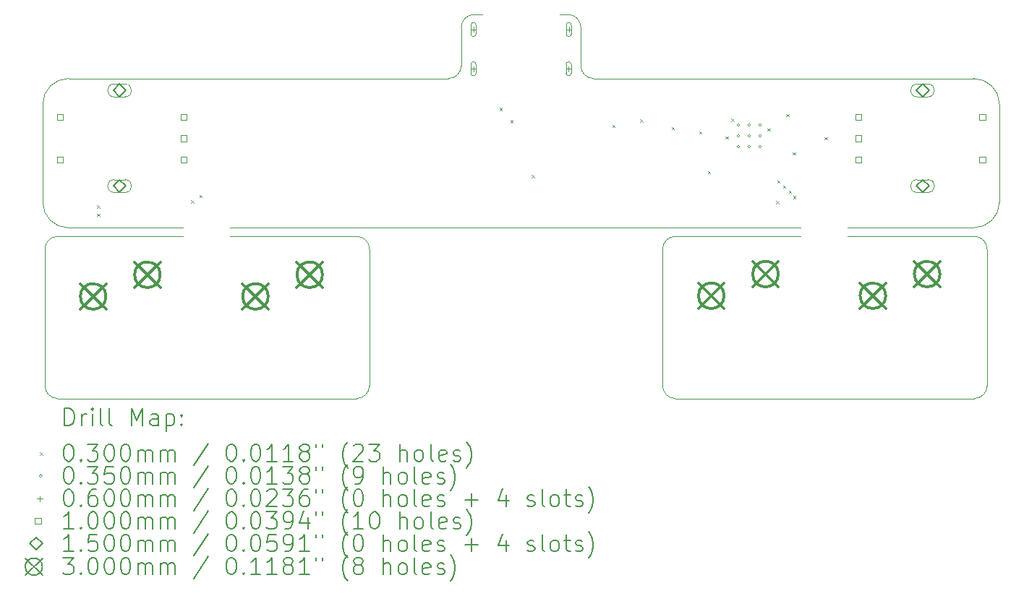
<source format=gbr>
%TF.GenerationSoftware,KiCad,Pcbnew,7.0.9*%
%TF.CreationDate,2023-12-24T20:12:55-08:00*%
%TF.ProjectId,4k-mania-keypad,346b2d6d-616e-4696-912d-6b6579706164,rev?*%
%TF.SameCoordinates,Original*%
%TF.FileFunction,Drillmap*%
%TF.FilePolarity,Positive*%
%FSLAX45Y45*%
G04 Gerber Fmt 4.5, Leading zero omitted, Abs format (unit mm)*
G04 Created by KiCad (PCBNEW 7.0.9) date 2023-12-24 20:12:55*
%MOMM*%
%LPD*%
G01*
G04 APERTURE LIST*
%ADD10C,0.100000*%
%ADD11C,0.200000*%
%ADD12C,0.150000*%
%ADD13C,0.300000*%
G04 APERTURE END LIST*
D10*
X15800000Y-7400000D02*
X15800000Y-7850000D01*
X14550000Y-7250000D02*
G75*
G03*
X14400000Y-7400000I0J-150000D01*
G01*
X18375000Y-9850000D02*
X16907000Y-9850000D01*
X20557000Y-10000000D02*
G75*
G03*
X20407000Y-9850000I-150000J0D01*
G01*
X13325000Y-11600000D02*
X13325000Y-10000000D01*
X14250000Y-8000000D02*
G75*
G03*
X14400000Y-7850000I0J150000D01*
G01*
X14550000Y-7250000D02*
X14644500Y-7250500D01*
X9675000Y-11750000D02*
X13175000Y-11750000D01*
X9525000Y-10000000D02*
X9525000Y-11600000D01*
X14400000Y-7400000D02*
X14400000Y-7850000D01*
X15950000Y-8000000D02*
X20400000Y-8000000D01*
X16757000Y-10000000D02*
X16757000Y-11600000D01*
X20407000Y-9850000D02*
X18925000Y-9850000D01*
X16907000Y-9850000D02*
G75*
G03*
X16757000Y-10000000I0J-150000D01*
G01*
X15800000Y-7400000D02*
G75*
G03*
X15650000Y-7250000I-150000J0D01*
G01*
X20700000Y-9450000D02*
X20700000Y-8300000D01*
X15650000Y-7250000D02*
X15554500Y-7250500D01*
X20407000Y-11750000D02*
G75*
G03*
X20557000Y-11600000I0J150000D01*
G01*
X9675000Y-9850000D02*
X11143000Y-9850000D01*
X9500000Y-9450000D02*
G75*
G03*
X9800000Y-9750000I300000J0D01*
G01*
X9800000Y-8000000D02*
X14250000Y-8000000D01*
X20557000Y-11600000D02*
X20557000Y-10000000D01*
X15800000Y-7850000D02*
G75*
G03*
X15950000Y-8000000I150000J0D01*
G01*
X20400000Y-9750000D02*
G75*
G03*
X20700000Y-9450000I0J300000D01*
G01*
X16757000Y-11600000D02*
G75*
G03*
X16907000Y-11750000I150000J0D01*
G01*
X11693000Y-9750000D02*
X18375000Y-9750000D01*
X13325000Y-10000000D02*
G75*
G03*
X13175000Y-9850000I-150000J0D01*
G01*
X16907000Y-11750000D02*
X20407000Y-11750000D01*
X13175000Y-11750000D02*
G75*
G03*
X13325000Y-11600000I0J150000D01*
G01*
X20400000Y-9750000D02*
X18925000Y-9750000D01*
X9675000Y-9850000D02*
G75*
G03*
X9525000Y-10000000I0J-150000D01*
G01*
X9500000Y-9450000D02*
X9500000Y-8300000D01*
X9800000Y-8000000D02*
G75*
G03*
X9500000Y-8300000I0J-300000D01*
G01*
X9525000Y-11600000D02*
G75*
G03*
X9675000Y-11750000I150000J0D01*
G01*
X11143000Y-9750000D02*
X9800000Y-9750000D01*
X20700000Y-8300000D02*
G75*
G03*
X20400000Y-8000000I-300000J0D01*
G01*
X13175000Y-9850000D02*
X11693000Y-9850000D01*
D11*
D10*
X10135000Y-9485000D02*
X10165000Y-9515000D01*
X10165000Y-9485000D02*
X10135000Y-9515000D01*
X10135000Y-9585000D02*
X10165000Y-9615000D01*
X10165000Y-9585000D02*
X10135000Y-9615000D01*
X11235000Y-9425050D02*
X11265000Y-9455050D01*
X11265000Y-9425050D02*
X11235000Y-9455050D01*
X11335000Y-9365100D02*
X11365000Y-9395100D01*
X11365000Y-9365100D02*
X11335000Y-9395100D01*
X14848415Y-8342792D02*
X14878415Y-8372792D01*
X14878415Y-8342792D02*
X14848415Y-8372792D01*
X14974127Y-8488086D02*
X15004127Y-8518086D01*
X15004127Y-8488086D02*
X14974127Y-8518086D01*
X15225000Y-9129000D02*
X15255000Y-9159000D01*
X15255000Y-9129000D02*
X15225000Y-9159000D01*
X16166639Y-8542275D02*
X16196639Y-8572275D01*
X16196639Y-8542275D02*
X16166639Y-8572275D01*
X16495000Y-8477325D02*
X16525000Y-8507325D01*
X16525000Y-8477325D02*
X16495000Y-8507325D01*
X16862440Y-8568373D02*
X16892440Y-8598373D01*
X16892440Y-8568373D02*
X16862440Y-8598373D01*
X17185000Y-8617450D02*
X17215000Y-8647450D01*
X17215000Y-8617450D02*
X17185000Y-8647450D01*
X17285000Y-9085000D02*
X17315000Y-9115000D01*
X17315000Y-9085000D02*
X17285000Y-9115000D01*
X17495631Y-8678452D02*
X17525631Y-8708452D01*
X17525631Y-8678452D02*
X17495631Y-8708452D01*
X17561112Y-8472384D02*
X17591112Y-8502384D01*
X17591112Y-8472384D02*
X17561112Y-8502384D01*
X17985000Y-8585000D02*
X18015000Y-8615000D01*
X18015000Y-8585000D02*
X17985000Y-8615000D01*
X18085000Y-9435000D02*
X18115000Y-9465000D01*
X18115000Y-9435000D02*
X18085000Y-9465000D01*
X18098584Y-9195200D02*
X18128584Y-9225200D01*
X18128584Y-9195200D02*
X18098584Y-9225200D01*
X18164850Y-9255150D02*
X18194850Y-9285150D01*
X18194850Y-9255150D02*
X18164850Y-9285150D01*
X18205000Y-8415000D02*
X18235000Y-8445000D01*
X18235000Y-8415000D02*
X18205000Y-8445000D01*
X18233792Y-9313652D02*
X18263792Y-9343652D01*
X18263792Y-9313652D02*
X18233792Y-9343652D01*
X18278606Y-8863824D02*
X18308606Y-8893824D01*
X18308606Y-8863824D02*
X18278606Y-8893824D01*
X18285000Y-9375050D02*
X18315000Y-9405050D01*
X18315000Y-9375050D02*
X18285000Y-9405050D01*
X18655050Y-8685000D02*
X18685050Y-8715000D01*
X18685050Y-8685000D02*
X18655050Y-8715000D01*
X17662500Y-8545000D02*
G75*
G03*
X17662500Y-8545000I-17500J0D01*
G01*
X17662500Y-8672500D02*
G75*
G03*
X17662500Y-8672500I-17500J0D01*
G01*
X17662500Y-8800000D02*
G75*
G03*
X17662500Y-8800000I-17500J0D01*
G01*
X17790000Y-8545000D02*
G75*
G03*
X17790000Y-8545000I-17500J0D01*
G01*
X17790000Y-8672500D02*
G75*
G03*
X17790000Y-8672500I-17500J0D01*
G01*
X17790000Y-8800000D02*
G75*
G03*
X17790000Y-8800000I-17500J0D01*
G01*
X17917500Y-8545000D02*
G75*
G03*
X17917500Y-8545000I-17500J0D01*
G01*
X17917500Y-8672500D02*
G75*
G03*
X17917500Y-8672500I-17500J0D01*
G01*
X17917500Y-8800000D02*
G75*
G03*
X17917500Y-8800000I-17500J0D01*
G01*
X14541500Y-7856000D02*
X14541500Y-7916000D01*
X14511500Y-7886000D02*
X14571500Y-7886000D01*
X14511500Y-7833500D02*
X14511500Y-7938500D01*
X14511500Y-7938500D02*
G75*
G03*
X14571500Y-7938500I30000J0D01*
G01*
X14571500Y-7938500D02*
X14571500Y-7833500D01*
X14571500Y-7833500D02*
G75*
G03*
X14511500Y-7833500I-30000J0D01*
G01*
X14543500Y-7396000D02*
X14543500Y-7456000D01*
X14513500Y-7426000D02*
X14573500Y-7426000D01*
X14513500Y-7373500D02*
X14513500Y-7478500D01*
X14513500Y-7478500D02*
G75*
G03*
X14573500Y-7478500I30000J0D01*
G01*
X14573500Y-7478500D02*
X14573500Y-7373500D01*
X14573500Y-7373500D02*
G75*
G03*
X14513500Y-7373500I-30000J0D01*
G01*
X15656500Y-7856000D02*
X15656500Y-7916000D01*
X15626500Y-7886000D02*
X15686500Y-7886000D01*
X15626500Y-7833500D02*
X15626500Y-7938500D01*
X15626500Y-7938500D02*
G75*
G03*
X15686500Y-7938500I30000J0D01*
G01*
X15686500Y-7938500D02*
X15686500Y-7833500D01*
X15686500Y-7833500D02*
G75*
G03*
X15626500Y-7833500I-30000J0D01*
G01*
X15658500Y-7396000D02*
X15658500Y-7456000D01*
X15628500Y-7426000D02*
X15688500Y-7426000D01*
X15628500Y-7373500D02*
X15628500Y-7478500D01*
X15628500Y-7478500D02*
G75*
G03*
X15688500Y-7478500I30000J0D01*
G01*
X15688500Y-7478500D02*
X15688500Y-7373500D01*
X15688500Y-7373500D02*
G75*
G03*
X15628500Y-7373500I-30000J0D01*
G01*
X9735356Y-8485356D02*
X9735356Y-8414644D01*
X9664644Y-8414644D01*
X9664644Y-8485356D01*
X9735356Y-8485356D01*
X9735356Y-8985356D02*
X9735356Y-8914644D01*
X9664644Y-8914644D01*
X9664644Y-8985356D01*
X9735356Y-8985356D01*
X11185356Y-8485356D02*
X11185356Y-8414644D01*
X11114644Y-8414644D01*
X11114644Y-8485356D01*
X11185356Y-8485356D01*
X11185356Y-8735356D02*
X11185356Y-8664644D01*
X11114644Y-8664644D01*
X11114644Y-8735356D01*
X11185356Y-8735356D01*
X11185356Y-8985356D02*
X11185356Y-8914644D01*
X11114644Y-8914644D01*
X11114644Y-8985356D01*
X11185356Y-8985356D01*
X19085356Y-8485356D02*
X19085356Y-8414644D01*
X19014644Y-8414644D01*
X19014644Y-8485356D01*
X19085356Y-8485356D01*
X19085356Y-8735356D02*
X19085356Y-8664644D01*
X19014644Y-8664644D01*
X19014644Y-8735356D01*
X19085356Y-8735356D01*
X19085356Y-8985356D02*
X19085356Y-8914644D01*
X19014644Y-8914644D01*
X19014644Y-8985356D01*
X19085356Y-8985356D01*
X20535356Y-8485356D02*
X20535356Y-8414644D01*
X20464644Y-8414644D01*
X20464644Y-8485356D01*
X20535356Y-8485356D01*
X20535356Y-8985356D02*
X20535356Y-8914644D01*
X20464644Y-8914644D01*
X20464644Y-8985356D01*
X20535356Y-8985356D01*
D12*
X10400000Y-8215000D02*
X10475000Y-8140000D01*
X10400000Y-8065000D01*
X10325000Y-8140000D01*
X10400000Y-8215000D01*
D10*
X10465000Y-8065000D02*
X10335000Y-8065000D01*
X10335000Y-8065000D02*
G75*
G03*
X10335000Y-8215000I0J-75000D01*
G01*
X10335000Y-8215000D02*
X10465000Y-8215000D01*
X10465000Y-8215000D02*
G75*
G03*
X10465000Y-8065000I0J75000D01*
G01*
D12*
X10400000Y-9335000D02*
X10475000Y-9260000D01*
X10400000Y-9185000D01*
X10325000Y-9260000D01*
X10400000Y-9335000D01*
D10*
X10465000Y-9185000D02*
X10335000Y-9185000D01*
X10335000Y-9185000D02*
G75*
G03*
X10335000Y-9335000I0J-75000D01*
G01*
X10335000Y-9335000D02*
X10465000Y-9335000D01*
X10465000Y-9335000D02*
G75*
G03*
X10465000Y-9185000I0J75000D01*
G01*
D12*
X19800000Y-8215000D02*
X19875000Y-8140000D01*
X19800000Y-8065000D01*
X19725000Y-8140000D01*
X19800000Y-8215000D01*
D10*
X19735000Y-8215000D02*
X19865000Y-8215000D01*
X19865000Y-8215000D02*
G75*
G03*
X19865000Y-8065000I0J75000D01*
G01*
X19865000Y-8065000D02*
X19735000Y-8065000D01*
X19735000Y-8065000D02*
G75*
G03*
X19735000Y-8215000I0J-75000D01*
G01*
D12*
X19800000Y-9335000D02*
X19875000Y-9260000D01*
X19800000Y-9185000D01*
X19725000Y-9260000D01*
X19800000Y-9335000D01*
D10*
X19735000Y-9335000D02*
X19865000Y-9335000D01*
X19865000Y-9335000D02*
G75*
G03*
X19865000Y-9185000I0J75000D01*
G01*
X19865000Y-9185000D02*
X19735000Y-9185000D01*
X19735000Y-9185000D02*
G75*
G03*
X19735000Y-9335000I0J-75000D01*
G01*
D13*
X9940000Y-10404000D02*
X10240000Y-10704000D01*
X10240000Y-10404000D02*
X9940000Y-10704000D01*
X10240000Y-10554000D02*
G75*
G03*
X10240000Y-10554000I-150000J0D01*
G01*
X10575000Y-10150000D02*
X10875000Y-10450000D01*
X10875000Y-10150000D02*
X10575000Y-10450000D01*
X10875000Y-10300000D02*
G75*
G03*
X10875000Y-10300000I-150000J0D01*
G01*
X11840000Y-10404000D02*
X12140000Y-10704000D01*
X12140000Y-10404000D02*
X11840000Y-10704000D01*
X12140000Y-10554000D02*
G75*
G03*
X12140000Y-10554000I-150000J0D01*
G01*
X12475000Y-10150000D02*
X12775000Y-10450000D01*
X12775000Y-10150000D02*
X12475000Y-10450000D01*
X12775000Y-10300000D02*
G75*
G03*
X12775000Y-10300000I-150000J0D01*
G01*
X17177000Y-10396000D02*
X17477000Y-10696000D01*
X17477000Y-10396000D02*
X17177000Y-10696000D01*
X17477000Y-10546000D02*
G75*
G03*
X17477000Y-10546000I-150000J0D01*
G01*
X17812000Y-10142000D02*
X18112000Y-10442000D01*
X18112000Y-10142000D02*
X17812000Y-10442000D01*
X18112000Y-10292000D02*
G75*
G03*
X18112000Y-10292000I-150000J0D01*
G01*
X19069000Y-10396000D02*
X19369000Y-10696000D01*
X19369000Y-10396000D02*
X19069000Y-10696000D01*
X19369000Y-10546000D02*
G75*
G03*
X19369000Y-10546000I-150000J0D01*
G01*
X19704000Y-10142000D02*
X20004000Y-10442000D01*
X20004000Y-10142000D02*
X19704000Y-10442000D01*
X20004000Y-10292000D02*
G75*
G03*
X20004000Y-10292000I-150000J0D01*
G01*
D11*
X9755777Y-12066484D02*
X9755777Y-11866484D01*
X9755777Y-11866484D02*
X9803396Y-11866484D01*
X9803396Y-11866484D02*
X9831967Y-11876008D01*
X9831967Y-11876008D02*
X9851015Y-11895055D01*
X9851015Y-11895055D02*
X9860539Y-11914103D01*
X9860539Y-11914103D02*
X9870063Y-11952198D01*
X9870063Y-11952198D02*
X9870063Y-11980769D01*
X9870063Y-11980769D02*
X9860539Y-12018865D01*
X9860539Y-12018865D02*
X9851015Y-12037912D01*
X9851015Y-12037912D02*
X9831967Y-12056960D01*
X9831967Y-12056960D02*
X9803396Y-12066484D01*
X9803396Y-12066484D02*
X9755777Y-12066484D01*
X9955777Y-12066484D02*
X9955777Y-11933150D01*
X9955777Y-11971246D02*
X9965301Y-11952198D01*
X9965301Y-11952198D02*
X9974824Y-11942674D01*
X9974824Y-11942674D02*
X9993872Y-11933150D01*
X9993872Y-11933150D02*
X10012920Y-11933150D01*
X10079586Y-12066484D02*
X10079586Y-11933150D01*
X10079586Y-11866484D02*
X10070063Y-11876008D01*
X10070063Y-11876008D02*
X10079586Y-11885531D01*
X10079586Y-11885531D02*
X10089110Y-11876008D01*
X10089110Y-11876008D02*
X10079586Y-11866484D01*
X10079586Y-11866484D02*
X10079586Y-11885531D01*
X10203396Y-12066484D02*
X10184348Y-12056960D01*
X10184348Y-12056960D02*
X10174824Y-12037912D01*
X10174824Y-12037912D02*
X10174824Y-11866484D01*
X10308158Y-12066484D02*
X10289110Y-12056960D01*
X10289110Y-12056960D02*
X10279586Y-12037912D01*
X10279586Y-12037912D02*
X10279586Y-11866484D01*
X10536729Y-12066484D02*
X10536729Y-11866484D01*
X10536729Y-11866484D02*
X10603396Y-12009341D01*
X10603396Y-12009341D02*
X10670063Y-11866484D01*
X10670063Y-11866484D02*
X10670063Y-12066484D01*
X10851015Y-12066484D02*
X10851015Y-11961722D01*
X10851015Y-11961722D02*
X10841491Y-11942674D01*
X10841491Y-11942674D02*
X10822444Y-11933150D01*
X10822444Y-11933150D02*
X10784348Y-11933150D01*
X10784348Y-11933150D02*
X10765301Y-11942674D01*
X10851015Y-12056960D02*
X10831967Y-12066484D01*
X10831967Y-12066484D02*
X10784348Y-12066484D01*
X10784348Y-12066484D02*
X10765301Y-12056960D01*
X10765301Y-12056960D02*
X10755777Y-12037912D01*
X10755777Y-12037912D02*
X10755777Y-12018865D01*
X10755777Y-12018865D02*
X10765301Y-11999817D01*
X10765301Y-11999817D02*
X10784348Y-11990293D01*
X10784348Y-11990293D02*
X10831967Y-11990293D01*
X10831967Y-11990293D02*
X10851015Y-11980769D01*
X10946253Y-11933150D02*
X10946253Y-12133150D01*
X10946253Y-11942674D02*
X10965301Y-11933150D01*
X10965301Y-11933150D02*
X11003396Y-11933150D01*
X11003396Y-11933150D02*
X11022444Y-11942674D01*
X11022444Y-11942674D02*
X11031967Y-11952198D01*
X11031967Y-11952198D02*
X11041491Y-11971246D01*
X11041491Y-11971246D02*
X11041491Y-12028388D01*
X11041491Y-12028388D02*
X11031967Y-12047436D01*
X11031967Y-12047436D02*
X11022444Y-12056960D01*
X11022444Y-12056960D02*
X11003396Y-12066484D01*
X11003396Y-12066484D02*
X10965301Y-12066484D01*
X10965301Y-12066484D02*
X10946253Y-12056960D01*
X11127205Y-12047436D02*
X11136729Y-12056960D01*
X11136729Y-12056960D02*
X11127205Y-12066484D01*
X11127205Y-12066484D02*
X11117682Y-12056960D01*
X11117682Y-12056960D02*
X11127205Y-12047436D01*
X11127205Y-12047436D02*
X11127205Y-12066484D01*
X11127205Y-11942674D02*
X11136729Y-11952198D01*
X11136729Y-11952198D02*
X11127205Y-11961722D01*
X11127205Y-11961722D02*
X11117682Y-11952198D01*
X11117682Y-11952198D02*
X11127205Y-11942674D01*
X11127205Y-11942674D02*
X11127205Y-11961722D01*
D10*
X9465000Y-12380000D02*
X9495000Y-12410000D01*
X9495000Y-12380000D02*
X9465000Y-12410000D01*
D11*
X9793872Y-12286484D02*
X9812920Y-12286484D01*
X9812920Y-12286484D02*
X9831967Y-12296008D01*
X9831967Y-12296008D02*
X9841491Y-12305531D01*
X9841491Y-12305531D02*
X9851015Y-12324579D01*
X9851015Y-12324579D02*
X9860539Y-12362674D01*
X9860539Y-12362674D02*
X9860539Y-12410293D01*
X9860539Y-12410293D02*
X9851015Y-12448388D01*
X9851015Y-12448388D02*
X9841491Y-12467436D01*
X9841491Y-12467436D02*
X9831967Y-12476960D01*
X9831967Y-12476960D02*
X9812920Y-12486484D01*
X9812920Y-12486484D02*
X9793872Y-12486484D01*
X9793872Y-12486484D02*
X9774824Y-12476960D01*
X9774824Y-12476960D02*
X9765301Y-12467436D01*
X9765301Y-12467436D02*
X9755777Y-12448388D01*
X9755777Y-12448388D02*
X9746253Y-12410293D01*
X9746253Y-12410293D02*
X9746253Y-12362674D01*
X9746253Y-12362674D02*
X9755777Y-12324579D01*
X9755777Y-12324579D02*
X9765301Y-12305531D01*
X9765301Y-12305531D02*
X9774824Y-12296008D01*
X9774824Y-12296008D02*
X9793872Y-12286484D01*
X9946253Y-12467436D02*
X9955777Y-12476960D01*
X9955777Y-12476960D02*
X9946253Y-12486484D01*
X9946253Y-12486484D02*
X9936729Y-12476960D01*
X9936729Y-12476960D02*
X9946253Y-12467436D01*
X9946253Y-12467436D02*
X9946253Y-12486484D01*
X10022444Y-12286484D02*
X10146253Y-12286484D01*
X10146253Y-12286484D02*
X10079586Y-12362674D01*
X10079586Y-12362674D02*
X10108158Y-12362674D01*
X10108158Y-12362674D02*
X10127205Y-12372198D01*
X10127205Y-12372198D02*
X10136729Y-12381722D01*
X10136729Y-12381722D02*
X10146253Y-12400769D01*
X10146253Y-12400769D02*
X10146253Y-12448388D01*
X10146253Y-12448388D02*
X10136729Y-12467436D01*
X10136729Y-12467436D02*
X10127205Y-12476960D01*
X10127205Y-12476960D02*
X10108158Y-12486484D01*
X10108158Y-12486484D02*
X10051015Y-12486484D01*
X10051015Y-12486484D02*
X10031967Y-12476960D01*
X10031967Y-12476960D02*
X10022444Y-12467436D01*
X10270063Y-12286484D02*
X10289110Y-12286484D01*
X10289110Y-12286484D02*
X10308158Y-12296008D01*
X10308158Y-12296008D02*
X10317682Y-12305531D01*
X10317682Y-12305531D02*
X10327205Y-12324579D01*
X10327205Y-12324579D02*
X10336729Y-12362674D01*
X10336729Y-12362674D02*
X10336729Y-12410293D01*
X10336729Y-12410293D02*
X10327205Y-12448388D01*
X10327205Y-12448388D02*
X10317682Y-12467436D01*
X10317682Y-12467436D02*
X10308158Y-12476960D01*
X10308158Y-12476960D02*
X10289110Y-12486484D01*
X10289110Y-12486484D02*
X10270063Y-12486484D01*
X10270063Y-12486484D02*
X10251015Y-12476960D01*
X10251015Y-12476960D02*
X10241491Y-12467436D01*
X10241491Y-12467436D02*
X10231967Y-12448388D01*
X10231967Y-12448388D02*
X10222444Y-12410293D01*
X10222444Y-12410293D02*
X10222444Y-12362674D01*
X10222444Y-12362674D02*
X10231967Y-12324579D01*
X10231967Y-12324579D02*
X10241491Y-12305531D01*
X10241491Y-12305531D02*
X10251015Y-12296008D01*
X10251015Y-12296008D02*
X10270063Y-12286484D01*
X10460539Y-12286484D02*
X10479586Y-12286484D01*
X10479586Y-12286484D02*
X10498634Y-12296008D01*
X10498634Y-12296008D02*
X10508158Y-12305531D01*
X10508158Y-12305531D02*
X10517682Y-12324579D01*
X10517682Y-12324579D02*
X10527205Y-12362674D01*
X10527205Y-12362674D02*
X10527205Y-12410293D01*
X10527205Y-12410293D02*
X10517682Y-12448388D01*
X10517682Y-12448388D02*
X10508158Y-12467436D01*
X10508158Y-12467436D02*
X10498634Y-12476960D01*
X10498634Y-12476960D02*
X10479586Y-12486484D01*
X10479586Y-12486484D02*
X10460539Y-12486484D01*
X10460539Y-12486484D02*
X10441491Y-12476960D01*
X10441491Y-12476960D02*
X10431967Y-12467436D01*
X10431967Y-12467436D02*
X10422444Y-12448388D01*
X10422444Y-12448388D02*
X10412920Y-12410293D01*
X10412920Y-12410293D02*
X10412920Y-12362674D01*
X10412920Y-12362674D02*
X10422444Y-12324579D01*
X10422444Y-12324579D02*
X10431967Y-12305531D01*
X10431967Y-12305531D02*
X10441491Y-12296008D01*
X10441491Y-12296008D02*
X10460539Y-12286484D01*
X10612920Y-12486484D02*
X10612920Y-12353150D01*
X10612920Y-12372198D02*
X10622444Y-12362674D01*
X10622444Y-12362674D02*
X10641491Y-12353150D01*
X10641491Y-12353150D02*
X10670063Y-12353150D01*
X10670063Y-12353150D02*
X10689110Y-12362674D01*
X10689110Y-12362674D02*
X10698634Y-12381722D01*
X10698634Y-12381722D02*
X10698634Y-12486484D01*
X10698634Y-12381722D02*
X10708158Y-12362674D01*
X10708158Y-12362674D02*
X10727205Y-12353150D01*
X10727205Y-12353150D02*
X10755777Y-12353150D01*
X10755777Y-12353150D02*
X10774825Y-12362674D01*
X10774825Y-12362674D02*
X10784348Y-12381722D01*
X10784348Y-12381722D02*
X10784348Y-12486484D01*
X10879586Y-12486484D02*
X10879586Y-12353150D01*
X10879586Y-12372198D02*
X10889110Y-12362674D01*
X10889110Y-12362674D02*
X10908158Y-12353150D01*
X10908158Y-12353150D02*
X10936729Y-12353150D01*
X10936729Y-12353150D02*
X10955777Y-12362674D01*
X10955777Y-12362674D02*
X10965301Y-12381722D01*
X10965301Y-12381722D02*
X10965301Y-12486484D01*
X10965301Y-12381722D02*
X10974825Y-12362674D01*
X10974825Y-12362674D02*
X10993872Y-12353150D01*
X10993872Y-12353150D02*
X11022444Y-12353150D01*
X11022444Y-12353150D02*
X11041491Y-12362674D01*
X11041491Y-12362674D02*
X11051015Y-12381722D01*
X11051015Y-12381722D02*
X11051015Y-12486484D01*
X11441491Y-12276960D02*
X11270063Y-12534103D01*
X11698634Y-12286484D02*
X11717682Y-12286484D01*
X11717682Y-12286484D02*
X11736729Y-12296008D01*
X11736729Y-12296008D02*
X11746253Y-12305531D01*
X11746253Y-12305531D02*
X11755777Y-12324579D01*
X11755777Y-12324579D02*
X11765301Y-12362674D01*
X11765301Y-12362674D02*
X11765301Y-12410293D01*
X11765301Y-12410293D02*
X11755777Y-12448388D01*
X11755777Y-12448388D02*
X11746253Y-12467436D01*
X11746253Y-12467436D02*
X11736729Y-12476960D01*
X11736729Y-12476960D02*
X11717682Y-12486484D01*
X11717682Y-12486484D02*
X11698634Y-12486484D01*
X11698634Y-12486484D02*
X11679586Y-12476960D01*
X11679586Y-12476960D02*
X11670063Y-12467436D01*
X11670063Y-12467436D02*
X11660539Y-12448388D01*
X11660539Y-12448388D02*
X11651015Y-12410293D01*
X11651015Y-12410293D02*
X11651015Y-12362674D01*
X11651015Y-12362674D02*
X11660539Y-12324579D01*
X11660539Y-12324579D02*
X11670063Y-12305531D01*
X11670063Y-12305531D02*
X11679586Y-12296008D01*
X11679586Y-12296008D02*
X11698634Y-12286484D01*
X11851015Y-12467436D02*
X11860539Y-12476960D01*
X11860539Y-12476960D02*
X11851015Y-12486484D01*
X11851015Y-12486484D02*
X11841491Y-12476960D01*
X11841491Y-12476960D02*
X11851015Y-12467436D01*
X11851015Y-12467436D02*
X11851015Y-12486484D01*
X11984348Y-12286484D02*
X12003396Y-12286484D01*
X12003396Y-12286484D02*
X12022444Y-12296008D01*
X12022444Y-12296008D02*
X12031967Y-12305531D01*
X12031967Y-12305531D02*
X12041491Y-12324579D01*
X12041491Y-12324579D02*
X12051015Y-12362674D01*
X12051015Y-12362674D02*
X12051015Y-12410293D01*
X12051015Y-12410293D02*
X12041491Y-12448388D01*
X12041491Y-12448388D02*
X12031967Y-12467436D01*
X12031967Y-12467436D02*
X12022444Y-12476960D01*
X12022444Y-12476960D02*
X12003396Y-12486484D01*
X12003396Y-12486484D02*
X11984348Y-12486484D01*
X11984348Y-12486484D02*
X11965301Y-12476960D01*
X11965301Y-12476960D02*
X11955777Y-12467436D01*
X11955777Y-12467436D02*
X11946253Y-12448388D01*
X11946253Y-12448388D02*
X11936729Y-12410293D01*
X11936729Y-12410293D02*
X11936729Y-12362674D01*
X11936729Y-12362674D02*
X11946253Y-12324579D01*
X11946253Y-12324579D02*
X11955777Y-12305531D01*
X11955777Y-12305531D02*
X11965301Y-12296008D01*
X11965301Y-12296008D02*
X11984348Y-12286484D01*
X12241491Y-12486484D02*
X12127206Y-12486484D01*
X12184348Y-12486484D02*
X12184348Y-12286484D01*
X12184348Y-12286484D02*
X12165301Y-12315055D01*
X12165301Y-12315055D02*
X12146253Y-12334103D01*
X12146253Y-12334103D02*
X12127206Y-12343627D01*
X12431967Y-12486484D02*
X12317682Y-12486484D01*
X12374825Y-12486484D02*
X12374825Y-12286484D01*
X12374825Y-12286484D02*
X12355777Y-12315055D01*
X12355777Y-12315055D02*
X12336729Y-12334103D01*
X12336729Y-12334103D02*
X12317682Y-12343627D01*
X12546253Y-12372198D02*
X12527206Y-12362674D01*
X12527206Y-12362674D02*
X12517682Y-12353150D01*
X12517682Y-12353150D02*
X12508158Y-12334103D01*
X12508158Y-12334103D02*
X12508158Y-12324579D01*
X12508158Y-12324579D02*
X12517682Y-12305531D01*
X12517682Y-12305531D02*
X12527206Y-12296008D01*
X12527206Y-12296008D02*
X12546253Y-12286484D01*
X12546253Y-12286484D02*
X12584348Y-12286484D01*
X12584348Y-12286484D02*
X12603396Y-12296008D01*
X12603396Y-12296008D02*
X12612920Y-12305531D01*
X12612920Y-12305531D02*
X12622444Y-12324579D01*
X12622444Y-12324579D02*
X12622444Y-12334103D01*
X12622444Y-12334103D02*
X12612920Y-12353150D01*
X12612920Y-12353150D02*
X12603396Y-12362674D01*
X12603396Y-12362674D02*
X12584348Y-12372198D01*
X12584348Y-12372198D02*
X12546253Y-12372198D01*
X12546253Y-12372198D02*
X12527206Y-12381722D01*
X12527206Y-12381722D02*
X12517682Y-12391246D01*
X12517682Y-12391246D02*
X12508158Y-12410293D01*
X12508158Y-12410293D02*
X12508158Y-12448388D01*
X12508158Y-12448388D02*
X12517682Y-12467436D01*
X12517682Y-12467436D02*
X12527206Y-12476960D01*
X12527206Y-12476960D02*
X12546253Y-12486484D01*
X12546253Y-12486484D02*
X12584348Y-12486484D01*
X12584348Y-12486484D02*
X12603396Y-12476960D01*
X12603396Y-12476960D02*
X12612920Y-12467436D01*
X12612920Y-12467436D02*
X12622444Y-12448388D01*
X12622444Y-12448388D02*
X12622444Y-12410293D01*
X12622444Y-12410293D02*
X12612920Y-12391246D01*
X12612920Y-12391246D02*
X12603396Y-12381722D01*
X12603396Y-12381722D02*
X12584348Y-12372198D01*
X12698634Y-12286484D02*
X12698634Y-12324579D01*
X12774825Y-12286484D02*
X12774825Y-12324579D01*
X13070063Y-12562674D02*
X13060539Y-12553150D01*
X13060539Y-12553150D02*
X13041491Y-12524579D01*
X13041491Y-12524579D02*
X13031968Y-12505531D01*
X13031968Y-12505531D02*
X13022444Y-12476960D01*
X13022444Y-12476960D02*
X13012920Y-12429341D01*
X13012920Y-12429341D02*
X13012920Y-12391246D01*
X13012920Y-12391246D02*
X13022444Y-12343627D01*
X13022444Y-12343627D02*
X13031968Y-12315055D01*
X13031968Y-12315055D02*
X13041491Y-12296008D01*
X13041491Y-12296008D02*
X13060539Y-12267436D01*
X13060539Y-12267436D02*
X13070063Y-12257912D01*
X13136729Y-12305531D02*
X13146253Y-12296008D01*
X13146253Y-12296008D02*
X13165301Y-12286484D01*
X13165301Y-12286484D02*
X13212920Y-12286484D01*
X13212920Y-12286484D02*
X13231968Y-12296008D01*
X13231968Y-12296008D02*
X13241491Y-12305531D01*
X13241491Y-12305531D02*
X13251015Y-12324579D01*
X13251015Y-12324579D02*
X13251015Y-12343627D01*
X13251015Y-12343627D02*
X13241491Y-12372198D01*
X13241491Y-12372198D02*
X13127206Y-12486484D01*
X13127206Y-12486484D02*
X13251015Y-12486484D01*
X13317682Y-12286484D02*
X13441491Y-12286484D01*
X13441491Y-12286484D02*
X13374825Y-12362674D01*
X13374825Y-12362674D02*
X13403396Y-12362674D01*
X13403396Y-12362674D02*
X13422444Y-12372198D01*
X13422444Y-12372198D02*
X13431968Y-12381722D01*
X13431968Y-12381722D02*
X13441491Y-12400769D01*
X13441491Y-12400769D02*
X13441491Y-12448388D01*
X13441491Y-12448388D02*
X13431968Y-12467436D01*
X13431968Y-12467436D02*
X13422444Y-12476960D01*
X13422444Y-12476960D02*
X13403396Y-12486484D01*
X13403396Y-12486484D02*
X13346253Y-12486484D01*
X13346253Y-12486484D02*
X13327206Y-12476960D01*
X13327206Y-12476960D02*
X13317682Y-12467436D01*
X13679587Y-12486484D02*
X13679587Y-12286484D01*
X13765301Y-12486484D02*
X13765301Y-12381722D01*
X13765301Y-12381722D02*
X13755777Y-12362674D01*
X13755777Y-12362674D02*
X13736730Y-12353150D01*
X13736730Y-12353150D02*
X13708158Y-12353150D01*
X13708158Y-12353150D02*
X13689110Y-12362674D01*
X13689110Y-12362674D02*
X13679587Y-12372198D01*
X13889110Y-12486484D02*
X13870063Y-12476960D01*
X13870063Y-12476960D02*
X13860539Y-12467436D01*
X13860539Y-12467436D02*
X13851015Y-12448388D01*
X13851015Y-12448388D02*
X13851015Y-12391246D01*
X13851015Y-12391246D02*
X13860539Y-12372198D01*
X13860539Y-12372198D02*
X13870063Y-12362674D01*
X13870063Y-12362674D02*
X13889110Y-12353150D01*
X13889110Y-12353150D02*
X13917682Y-12353150D01*
X13917682Y-12353150D02*
X13936730Y-12362674D01*
X13936730Y-12362674D02*
X13946253Y-12372198D01*
X13946253Y-12372198D02*
X13955777Y-12391246D01*
X13955777Y-12391246D02*
X13955777Y-12448388D01*
X13955777Y-12448388D02*
X13946253Y-12467436D01*
X13946253Y-12467436D02*
X13936730Y-12476960D01*
X13936730Y-12476960D02*
X13917682Y-12486484D01*
X13917682Y-12486484D02*
X13889110Y-12486484D01*
X14070063Y-12486484D02*
X14051015Y-12476960D01*
X14051015Y-12476960D02*
X14041491Y-12457912D01*
X14041491Y-12457912D02*
X14041491Y-12286484D01*
X14222444Y-12476960D02*
X14203396Y-12486484D01*
X14203396Y-12486484D02*
X14165301Y-12486484D01*
X14165301Y-12486484D02*
X14146253Y-12476960D01*
X14146253Y-12476960D02*
X14136730Y-12457912D01*
X14136730Y-12457912D02*
X14136730Y-12381722D01*
X14136730Y-12381722D02*
X14146253Y-12362674D01*
X14146253Y-12362674D02*
X14165301Y-12353150D01*
X14165301Y-12353150D02*
X14203396Y-12353150D01*
X14203396Y-12353150D02*
X14222444Y-12362674D01*
X14222444Y-12362674D02*
X14231968Y-12381722D01*
X14231968Y-12381722D02*
X14231968Y-12400769D01*
X14231968Y-12400769D02*
X14136730Y-12419817D01*
X14308158Y-12476960D02*
X14327206Y-12486484D01*
X14327206Y-12486484D02*
X14365301Y-12486484D01*
X14365301Y-12486484D02*
X14384349Y-12476960D01*
X14384349Y-12476960D02*
X14393872Y-12457912D01*
X14393872Y-12457912D02*
X14393872Y-12448388D01*
X14393872Y-12448388D02*
X14384349Y-12429341D01*
X14384349Y-12429341D02*
X14365301Y-12419817D01*
X14365301Y-12419817D02*
X14336730Y-12419817D01*
X14336730Y-12419817D02*
X14317682Y-12410293D01*
X14317682Y-12410293D02*
X14308158Y-12391246D01*
X14308158Y-12391246D02*
X14308158Y-12381722D01*
X14308158Y-12381722D02*
X14317682Y-12362674D01*
X14317682Y-12362674D02*
X14336730Y-12353150D01*
X14336730Y-12353150D02*
X14365301Y-12353150D01*
X14365301Y-12353150D02*
X14384349Y-12362674D01*
X14460539Y-12562674D02*
X14470063Y-12553150D01*
X14470063Y-12553150D02*
X14489111Y-12524579D01*
X14489111Y-12524579D02*
X14498634Y-12505531D01*
X14498634Y-12505531D02*
X14508158Y-12476960D01*
X14508158Y-12476960D02*
X14517682Y-12429341D01*
X14517682Y-12429341D02*
X14517682Y-12391246D01*
X14517682Y-12391246D02*
X14508158Y-12343627D01*
X14508158Y-12343627D02*
X14498634Y-12315055D01*
X14498634Y-12315055D02*
X14489111Y-12296008D01*
X14489111Y-12296008D02*
X14470063Y-12267436D01*
X14470063Y-12267436D02*
X14460539Y-12257912D01*
D10*
X9495000Y-12659000D02*
G75*
G03*
X9495000Y-12659000I-17500J0D01*
G01*
D11*
X9793872Y-12550484D02*
X9812920Y-12550484D01*
X9812920Y-12550484D02*
X9831967Y-12560008D01*
X9831967Y-12560008D02*
X9841491Y-12569531D01*
X9841491Y-12569531D02*
X9851015Y-12588579D01*
X9851015Y-12588579D02*
X9860539Y-12626674D01*
X9860539Y-12626674D02*
X9860539Y-12674293D01*
X9860539Y-12674293D02*
X9851015Y-12712388D01*
X9851015Y-12712388D02*
X9841491Y-12731436D01*
X9841491Y-12731436D02*
X9831967Y-12740960D01*
X9831967Y-12740960D02*
X9812920Y-12750484D01*
X9812920Y-12750484D02*
X9793872Y-12750484D01*
X9793872Y-12750484D02*
X9774824Y-12740960D01*
X9774824Y-12740960D02*
X9765301Y-12731436D01*
X9765301Y-12731436D02*
X9755777Y-12712388D01*
X9755777Y-12712388D02*
X9746253Y-12674293D01*
X9746253Y-12674293D02*
X9746253Y-12626674D01*
X9746253Y-12626674D02*
X9755777Y-12588579D01*
X9755777Y-12588579D02*
X9765301Y-12569531D01*
X9765301Y-12569531D02*
X9774824Y-12560008D01*
X9774824Y-12560008D02*
X9793872Y-12550484D01*
X9946253Y-12731436D02*
X9955777Y-12740960D01*
X9955777Y-12740960D02*
X9946253Y-12750484D01*
X9946253Y-12750484D02*
X9936729Y-12740960D01*
X9936729Y-12740960D02*
X9946253Y-12731436D01*
X9946253Y-12731436D02*
X9946253Y-12750484D01*
X10022444Y-12550484D02*
X10146253Y-12550484D01*
X10146253Y-12550484D02*
X10079586Y-12626674D01*
X10079586Y-12626674D02*
X10108158Y-12626674D01*
X10108158Y-12626674D02*
X10127205Y-12636198D01*
X10127205Y-12636198D02*
X10136729Y-12645722D01*
X10136729Y-12645722D02*
X10146253Y-12664769D01*
X10146253Y-12664769D02*
X10146253Y-12712388D01*
X10146253Y-12712388D02*
X10136729Y-12731436D01*
X10136729Y-12731436D02*
X10127205Y-12740960D01*
X10127205Y-12740960D02*
X10108158Y-12750484D01*
X10108158Y-12750484D02*
X10051015Y-12750484D01*
X10051015Y-12750484D02*
X10031967Y-12740960D01*
X10031967Y-12740960D02*
X10022444Y-12731436D01*
X10327205Y-12550484D02*
X10231967Y-12550484D01*
X10231967Y-12550484D02*
X10222444Y-12645722D01*
X10222444Y-12645722D02*
X10231967Y-12636198D01*
X10231967Y-12636198D02*
X10251015Y-12626674D01*
X10251015Y-12626674D02*
X10298634Y-12626674D01*
X10298634Y-12626674D02*
X10317682Y-12636198D01*
X10317682Y-12636198D02*
X10327205Y-12645722D01*
X10327205Y-12645722D02*
X10336729Y-12664769D01*
X10336729Y-12664769D02*
X10336729Y-12712388D01*
X10336729Y-12712388D02*
X10327205Y-12731436D01*
X10327205Y-12731436D02*
X10317682Y-12740960D01*
X10317682Y-12740960D02*
X10298634Y-12750484D01*
X10298634Y-12750484D02*
X10251015Y-12750484D01*
X10251015Y-12750484D02*
X10231967Y-12740960D01*
X10231967Y-12740960D02*
X10222444Y-12731436D01*
X10460539Y-12550484D02*
X10479586Y-12550484D01*
X10479586Y-12550484D02*
X10498634Y-12560008D01*
X10498634Y-12560008D02*
X10508158Y-12569531D01*
X10508158Y-12569531D02*
X10517682Y-12588579D01*
X10517682Y-12588579D02*
X10527205Y-12626674D01*
X10527205Y-12626674D02*
X10527205Y-12674293D01*
X10527205Y-12674293D02*
X10517682Y-12712388D01*
X10517682Y-12712388D02*
X10508158Y-12731436D01*
X10508158Y-12731436D02*
X10498634Y-12740960D01*
X10498634Y-12740960D02*
X10479586Y-12750484D01*
X10479586Y-12750484D02*
X10460539Y-12750484D01*
X10460539Y-12750484D02*
X10441491Y-12740960D01*
X10441491Y-12740960D02*
X10431967Y-12731436D01*
X10431967Y-12731436D02*
X10422444Y-12712388D01*
X10422444Y-12712388D02*
X10412920Y-12674293D01*
X10412920Y-12674293D02*
X10412920Y-12626674D01*
X10412920Y-12626674D02*
X10422444Y-12588579D01*
X10422444Y-12588579D02*
X10431967Y-12569531D01*
X10431967Y-12569531D02*
X10441491Y-12560008D01*
X10441491Y-12560008D02*
X10460539Y-12550484D01*
X10612920Y-12750484D02*
X10612920Y-12617150D01*
X10612920Y-12636198D02*
X10622444Y-12626674D01*
X10622444Y-12626674D02*
X10641491Y-12617150D01*
X10641491Y-12617150D02*
X10670063Y-12617150D01*
X10670063Y-12617150D02*
X10689110Y-12626674D01*
X10689110Y-12626674D02*
X10698634Y-12645722D01*
X10698634Y-12645722D02*
X10698634Y-12750484D01*
X10698634Y-12645722D02*
X10708158Y-12626674D01*
X10708158Y-12626674D02*
X10727205Y-12617150D01*
X10727205Y-12617150D02*
X10755777Y-12617150D01*
X10755777Y-12617150D02*
X10774825Y-12626674D01*
X10774825Y-12626674D02*
X10784348Y-12645722D01*
X10784348Y-12645722D02*
X10784348Y-12750484D01*
X10879586Y-12750484D02*
X10879586Y-12617150D01*
X10879586Y-12636198D02*
X10889110Y-12626674D01*
X10889110Y-12626674D02*
X10908158Y-12617150D01*
X10908158Y-12617150D02*
X10936729Y-12617150D01*
X10936729Y-12617150D02*
X10955777Y-12626674D01*
X10955777Y-12626674D02*
X10965301Y-12645722D01*
X10965301Y-12645722D02*
X10965301Y-12750484D01*
X10965301Y-12645722D02*
X10974825Y-12626674D01*
X10974825Y-12626674D02*
X10993872Y-12617150D01*
X10993872Y-12617150D02*
X11022444Y-12617150D01*
X11022444Y-12617150D02*
X11041491Y-12626674D01*
X11041491Y-12626674D02*
X11051015Y-12645722D01*
X11051015Y-12645722D02*
X11051015Y-12750484D01*
X11441491Y-12540960D02*
X11270063Y-12798103D01*
X11698634Y-12550484D02*
X11717682Y-12550484D01*
X11717682Y-12550484D02*
X11736729Y-12560008D01*
X11736729Y-12560008D02*
X11746253Y-12569531D01*
X11746253Y-12569531D02*
X11755777Y-12588579D01*
X11755777Y-12588579D02*
X11765301Y-12626674D01*
X11765301Y-12626674D02*
X11765301Y-12674293D01*
X11765301Y-12674293D02*
X11755777Y-12712388D01*
X11755777Y-12712388D02*
X11746253Y-12731436D01*
X11746253Y-12731436D02*
X11736729Y-12740960D01*
X11736729Y-12740960D02*
X11717682Y-12750484D01*
X11717682Y-12750484D02*
X11698634Y-12750484D01*
X11698634Y-12750484D02*
X11679586Y-12740960D01*
X11679586Y-12740960D02*
X11670063Y-12731436D01*
X11670063Y-12731436D02*
X11660539Y-12712388D01*
X11660539Y-12712388D02*
X11651015Y-12674293D01*
X11651015Y-12674293D02*
X11651015Y-12626674D01*
X11651015Y-12626674D02*
X11660539Y-12588579D01*
X11660539Y-12588579D02*
X11670063Y-12569531D01*
X11670063Y-12569531D02*
X11679586Y-12560008D01*
X11679586Y-12560008D02*
X11698634Y-12550484D01*
X11851015Y-12731436D02*
X11860539Y-12740960D01*
X11860539Y-12740960D02*
X11851015Y-12750484D01*
X11851015Y-12750484D02*
X11841491Y-12740960D01*
X11841491Y-12740960D02*
X11851015Y-12731436D01*
X11851015Y-12731436D02*
X11851015Y-12750484D01*
X11984348Y-12550484D02*
X12003396Y-12550484D01*
X12003396Y-12550484D02*
X12022444Y-12560008D01*
X12022444Y-12560008D02*
X12031967Y-12569531D01*
X12031967Y-12569531D02*
X12041491Y-12588579D01*
X12041491Y-12588579D02*
X12051015Y-12626674D01*
X12051015Y-12626674D02*
X12051015Y-12674293D01*
X12051015Y-12674293D02*
X12041491Y-12712388D01*
X12041491Y-12712388D02*
X12031967Y-12731436D01*
X12031967Y-12731436D02*
X12022444Y-12740960D01*
X12022444Y-12740960D02*
X12003396Y-12750484D01*
X12003396Y-12750484D02*
X11984348Y-12750484D01*
X11984348Y-12750484D02*
X11965301Y-12740960D01*
X11965301Y-12740960D02*
X11955777Y-12731436D01*
X11955777Y-12731436D02*
X11946253Y-12712388D01*
X11946253Y-12712388D02*
X11936729Y-12674293D01*
X11936729Y-12674293D02*
X11936729Y-12626674D01*
X11936729Y-12626674D02*
X11946253Y-12588579D01*
X11946253Y-12588579D02*
X11955777Y-12569531D01*
X11955777Y-12569531D02*
X11965301Y-12560008D01*
X11965301Y-12560008D02*
X11984348Y-12550484D01*
X12241491Y-12750484D02*
X12127206Y-12750484D01*
X12184348Y-12750484D02*
X12184348Y-12550484D01*
X12184348Y-12550484D02*
X12165301Y-12579055D01*
X12165301Y-12579055D02*
X12146253Y-12598103D01*
X12146253Y-12598103D02*
X12127206Y-12607627D01*
X12308158Y-12550484D02*
X12431967Y-12550484D01*
X12431967Y-12550484D02*
X12365301Y-12626674D01*
X12365301Y-12626674D02*
X12393872Y-12626674D01*
X12393872Y-12626674D02*
X12412920Y-12636198D01*
X12412920Y-12636198D02*
X12422444Y-12645722D01*
X12422444Y-12645722D02*
X12431967Y-12664769D01*
X12431967Y-12664769D02*
X12431967Y-12712388D01*
X12431967Y-12712388D02*
X12422444Y-12731436D01*
X12422444Y-12731436D02*
X12412920Y-12740960D01*
X12412920Y-12740960D02*
X12393872Y-12750484D01*
X12393872Y-12750484D02*
X12336729Y-12750484D01*
X12336729Y-12750484D02*
X12317682Y-12740960D01*
X12317682Y-12740960D02*
X12308158Y-12731436D01*
X12546253Y-12636198D02*
X12527206Y-12626674D01*
X12527206Y-12626674D02*
X12517682Y-12617150D01*
X12517682Y-12617150D02*
X12508158Y-12598103D01*
X12508158Y-12598103D02*
X12508158Y-12588579D01*
X12508158Y-12588579D02*
X12517682Y-12569531D01*
X12517682Y-12569531D02*
X12527206Y-12560008D01*
X12527206Y-12560008D02*
X12546253Y-12550484D01*
X12546253Y-12550484D02*
X12584348Y-12550484D01*
X12584348Y-12550484D02*
X12603396Y-12560008D01*
X12603396Y-12560008D02*
X12612920Y-12569531D01*
X12612920Y-12569531D02*
X12622444Y-12588579D01*
X12622444Y-12588579D02*
X12622444Y-12598103D01*
X12622444Y-12598103D02*
X12612920Y-12617150D01*
X12612920Y-12617150D02*
X12603396Y-12626674D01*
X12603396Y-12626674D02*
X12584348Y-12636198D01*
X12584348Y-12636198D02*
X12546253Y-12636198D01*
X12546253Y-12636198D02*
X12527206Y-12645722D01*
X12527206Y-12645722D02*
X12517682Y-12655246D01*
X12517682Y-12655246D02*
X12508158Y-12674293D01*
X12508158Y-12674293D02*
X12508158Y-12712388D01*
X12508158Y-12712388D02*
X12517682Y-12731436D01*
X12517682Y-12731436D02*
X12527206Y-12740960D01*
X12527206Y-12740960D02*
X12546253Y-12750484D01*
X12546253Y-12750484D02*
X12584348Y-12750484D01*
X12584348Y-12750484D02*
X12603396Y-12740960D01*
X12603396Y-12740960D02*
X12612920Y-12731436D01*
X12612920Y-12731436D02*
X12622444Y-12712388D01*
X12622444Y-12712388D02*
X12622444Y-12674293D01*
X12622444Y-12674293D02*
X12612920Y-12655246D01*
X12612920Y-12655246D02*
X12603396Y-12645722D01*
X12603396Y-12645722D02*
X12584348Y-12636198D01*
X12698634Y-12550484D02*
X12698634Y-12588579D01*
X12774825Y-12550484D02*
X12774825Y-12588579D01*
X13070063Y-12826674D02*
X13060539Y-12817150D01*
X13060539Y-12817150D02*
X13041491Y-12788579D01*
X13041491Y-12788579D02*
X13031968Y-12769531D01*
X13031968Y-12769531D02*
X13022444Y-12740960D01*
X13022444Y-12740960D02*
X13012920Y-12693341D01*
X13012920Y-12693341D02*
X13012920Y-12655246D01*
X13012920Y-12655246D02*
X13022444Y-12607627D01*
X13022444Y-12607627D02*
X13031968Y-12579055D01*
X13031968Y-12579055D02*
X13041491Y-12560008D01*
X13041491Y-12560008D02*
X13060539Y-12531436D01*
X13060539Y-12531436D02*
X13070063Y-12521912D01*
X13155777Y-12750484D02*
X13193872Y-12750484D01*
X13193872Y-12750484D02*
X13212920Y-12740960D01*
X13212920Y-12740960D02*
X13222444Y-12731436D01*
X13222444Y-12731436D02*
X13241491Y-12702865D01*
X13241491Y-12702865D02*
X13251015Y-12664769D01*
X13251015Y-12664769D02*
X13251015Y-12588579D01*
X13251015Y-12588579D02*
X13241491Y-12569531D01*
X13241491Y-12569531D02*
X13231968Y-12560008D01*
X13231968Y-12560008D02*
X13212920Y-12550484D01*
X13212920Y-12550484D02*
X13174825Y-12550484D01*
X13174825Y-12550484D02*
X13155777Y-12560008D01*
X13155777Y-12560008D02*
X13146253Y-12569531D01*
X13146253Y-12569531D02*
X13136729Y-12588579D01*
X13136729Y-12588579D02*
X13136729Y-12636198D01*
X13136729Y-12636198D02*
X13146253Y-12655246D01*
X13146253Y-12655246D02*
X13155777Y-12664769D01*
X13155777Y-12664769D02*
X13174825Y-12674293D01*
X13174825Y-12674293D02*
X13212920Y-12674293D01*
X13212920Y-12674293D02*
X13231968Y-12664769D01*
X13231968Y-12664769D02*
X13241491Y-12655246D01*
X13241491Y-12655246D02*
X13251015Y-12636198D01*
X13489110Y-12750484D02*
X13489110Y-12550484D01*
X13574825Y-12750484D02*
X13574825Y-12645722D01*
X13574825Y-12645722D02*
X13565301Y-12626674D01*
X13565301Y-12626674D02*
X13546253Y-12617150D01*
X13546253Y-12617150D02*
X13517682Y-12617150D01*
X13517682Y-12617150D02*
X13498634Y-12626674D01*
X13498634Y-12626674D02*
X13489110Y-12636198D01*
X13698634Y-12750484D02*
X13679587Y-12740960D01*
X13679587Y-12740960D02*
X13670063Y-12731436D01*
X13670063Y-12731436D02*
X13660539Y-12712388D01*
X13660539Y-12712388D02*
X13660539Y-12655246D01*
X13660539Y-12655246D02*
X13670063Y-12636198D01*
X13670063Y-12636198D02*
X13679587Y-12626674D01*
X13679587Y-12626674D02*
X13698634Y-12617150D01*
X13698634Y-12617150D02*
X13727206Y-12617150D01*
X13727206Y-12617150D02*
X13746253Y-12626674D01*
X13746253Y-12626674D02*
X13755777Y-12636198D01*
X13755777Y-12636198D02*
X13765301Y-12655246D01*
X13765301Y-12655246D02*
X13765301Y-12712388D01*
X13765301Y-12712388D02*
X13755777Y-12731436D01*
X13755777Y-12731436D02*
X13746253Y-12740960D01*
X13746253Y-12740960D02*
X13727206Y-12750484D01*
X13727206Y-12750484D02*
X13698634Y-12750484D01*
X13879587Y-12750484D02*
X13860539Y-12740960D01*
X13860539Y-12740960D02*
X13851015Y-12721912D01*
X13851015Y-12721912D02*
X13851015Y-12550484D01*
X14031968Y-12740960D02*
X14012920Y-12750484D01*
X14012920Y-12750484D02*
X13974825Y-12750484D01*
X13974825Y-12750484D02*
X13955777Y-12740960D01*
X13955777Y-12740960D02*
X13946253Y-12721912D01*
X13946253Y-12721912D02*
X13946253Y-12645722D01*
X13946253Y-12645722D02*
X13955777Y-12626674D01*
X13955777Y-12626674D02*
X13974825Y-12617150D01*
X13974825Y-12617150D02*
X14012920Y-12617150D01*
X14012920Y-12617150D02*
X14031968Y-12626674D01*
X14031968Y-12626674D02*
X14041491Y-12645722D01*
X14041491Y-12645722D02*
X14041491Y-12664769D01*
X14041491Y-12664769D02*
X13946253Y-12683817D01*
X14117682Y-12740960D02*
X14136730Y-12750484D01*
X14136730Y-12750484D02*
X14174825Y-12750484D01*
X14174825Y-12750484D02*
X14193872Y-12740960D01*
X14193872Y-12740960D02*
X14203396Y-12721912D01*
X14203396Y-12721912D02*
X14203396Y-12712388D01*
X14203396Y-12712388D02*
X14193872Y-12693341D01*
X14193872Y-12693341D02*
X14174825Y-12683817D01*
X14174825Y-12683817D02*
X14146253Y-12683817D01*
X14146253Y-12683817D02*
X14127206Y-12674293D01*
X14127206Y-12674293D02*
X14117682Y-12655246D01*
X14117682Y-12655246D02*
X14117682Y-12645722D01*
X14117682Y-12645722D02*
X14127206Y-12626674D01*
X14127206Y-12626674D02*
X14146253Y-12617150D01*
X14146253Y-12617150D02*
X14174825Y-12617150D01*
X14174825Y-12617150D02*
X14193872Y-12626674D01*
X14270063Y-12826674D02*
X14279587Y-12817150D01*
X14279587Y-12817150D02*
X14298634Y-12788579D01*
X14298634Y-12788579D02*
X14308158Y-12769531D01*
X14308158Y-12769531D02*
X14317682Y-12740960D01*
X14317682Y-12740960D02*
X14327206Y-12693341D01*
X14327206Y-12693341D02*
X14327206Y-12655246D01*
X14327206Y-12655246D02*
X14317682Y-12607627D01*
X14317682Y-12607627D02*
X14308158Y-12579055D01*
X14308158Y-12579055D02*
X14298634Y-12560008D01*
X14298634Y-12560008D02*
X14279587Y-12531436D01*
X14279587Y-12531436D02*
X14270063Y-12521912D01*
D10*
X9465000Y-12893000D02*
X9465000Y-12953000D01*
X9435000Y-12923000D02*
X9495000Y-12923000D01*
D11*
X9793872Y-12814484D02*
X9812920Y-12814484D01*
X9812920Y-12814484D02*
X9831967Y-12824008D01*
X9831967Y-12824008D02*
X9841491Y-12833531D01*
X9841491Y-12833531D02*
X9851015Y-12852579D01*
X9851015Y-12852579D02*
X9860539Y-12890674D01*
X9860539Y-12890674D02*
X9860539Y-12938293D01*
X9860539Y-12938293D02*
X9851015Y-12976388D01*
X9851015Y-12976388D02*
X9841491Y-12995436D01*
X9841491Y-12995436D02*
X9831967Y-13004960D01*
X9831967Y-13004960D02*
X9812920Y-13014484D01*
X9812920Y-13014484D02*
X9793872Y-13014484D01*
X9793872Y-13014484D02*
X9774824Y-13004960D01*
X9774824Y-13004960D02*
X9765301Y-12995436D01*
X9765301Y-12995436D02*
X9755777Y-12976388D01*
X9755777Y-12976388D02*
X9746253Y-12938293D01*
X9746253Y-12938293D02*
X9746253Y-12890674D01*
X9746253Y-12890674D02*
X9755777Y-12852579D01*
X9755777Y-12852579D02*
X9765301Y-12833531D01*
X9765301Y-12833531D02*
X9774824Y-12824008D01*
X9774824Y-12824008D02*
X9793872Y-12814484D01*
X9946253Y-12995436D02*
X9955777Y-13004960D01*
X9955777Y-13004960D02*
X9946253Y-13014484D01*
X9946253Y-13014484D02*
X9936729Y-13004960D01*
X9936729Y-13004960D02*
X9946253Y-12995436D01*
X9946253Y-12995436D02*
X9946253Y-13014484D01*
X10127205Y-12814484D02*
X10089110Y-12814484D01*
X10089110Y-12814484D02*
X10070063Y-12824008D01*
X10070063Y-12824008D02*
X10060539Y-12833531D01*
X10060539Y-12833531D02*
X10041491Y-12862103D01*
X10041491Y-12862103D02*
X10031967Y-12900198D01*
X10031967Y-12900198D02*
X10031967Y-12976388D01*
X10031967Y-12976388D02*
X10041491Y-12995436D01*
X10041491Y-12995436D02*
X10051015Y-13004960D01*
X10051015Y-13004960D02*
X10070063Y-13014484D01*
X10070063Y-13014484D02*
X10108158Y-13014484D01*
X10108158Y-13014484D02*
X10127205Y-13004960D01*
X10127205Y-13004960D02*
X10136729Y-12995436D01*
X10136729Y-12995436D02*
X10146253Y-12976388D01*
X10146253Y-12976388D02*
X10146253Y-12928769D01*
X10146253Y-12928769D02*
X10136729Y-12909722D01*
X10136729Y-12909722D02*
X10127205Y-12900198D01*
X10127205Y-12900198D02*
X10108158Y-12890674D01*
X10108158Y-12890674D02*
X10070063Y-12890674D01*
X10070063Y-12890674D02*
X10051015Y-12900198D01*
X10051015Y-12900198D02*
X10041491Y-12909722D01*
X10041491Y-12909722D02*
X10031967Y-12928769D01*
X10270063Y-12814484D02*
X10289110Y-12814484D01*
X10289110Y-12814484D02*
X10308158Y-12824008D01*
X10308158Y-12824008D02*
X10317682Y-12833531D01*
X10317682Y-12833531D02*
X10327205Y-12852579D01*
X10327205Y-12852579D02*
X10336729Y-12890674D01*
X10336729Y-12890674D02*
X10336729Y-12938293D01*
X10336729Y-12938293D02*
X10327205Y-12976388D01*
X10327205Y-12976388D02*
X10317682Y-12995436D01*
X10317682Y-12995436D02*
X10308158Y-13004960D01*
X10308158Y-13004960D02*
X10289110Y-13014484D01*
X10289110Y-13014484D02*
X10270063Y-13014484D01*
X10270063Y-13014484D02*
X10251015Y-13004960D01*
X10251015Y-13004960D02*
X10241491Y-12995436D01*
X10241491Y-12995436D02*
X10231967Y-12976388D01*
X10231967Y-12976388D02*
X10222444Y-12938293D01*
X10222444Y-12938293D02*
X10222444Y-12890674D01*
X10222444Y-12890674D02*
X10231967Y-12852579D01*
X10231967Y-12852579D02*
X10241491Y-12833531D01*
X10241491Y-12833531D02*
X10251015Y-12824008D01*
X10251015Y-12824008D02*
X10270063Y-12814484D01*
X10460539Y-12814484D02*
X10479586Y-12814484D01*
X10479586Y-12814484D02*
X10498634Y-12824008D01*
X10498634Y-12824008D02*
X10508158Y-12833531D01*
X10508158Y-12833531D02*
X10517682Y-12852579D01*
X10517682Y-12852579D02*
X10527205Y-12890674D01*
X10527205Y-12890674D02*
X10527205Y-12938293D01*
X10527205Y-12938293D02*
X10517682Y-12976388D01*
X10517682Y-12976388D02*
X10508158Y-12995436D01*
X10508158Y-12995436D02*
X10498634Y-13004960D01*
X10498634Y-13004960D02*
X10479586Y-13014484D01*
X10479586Y-13014484D02*
X10460539Y-13014484D01*
X10460539Y-13014484D02*
X10441491Y-13004960D01*
X10441491Y-13004960D02*
X10431967Y-12995436D01*
X10431967Y-12995436D02*
X10422444Y-12976388D01*
X10422444Y-12976388D02*
X10412920Y-12938293D01*
X10412920Y-12938293D02*
X10412920Y-12890674D01*
X10412920Y-12890674D02*
X10422444Y-12852579D01*
X10422444Y-12852579D02*
X10431967Y-12833531D01*
X10431967Y-12833531D02*
X10441491Y-12824008D01*
X10441491Y-12824008D02*
X10460539Y-12814484D01*
X10612920Y-13014484D02*
X10612920Y-12881150D01*
X10612920Y-12900198D02*
X10622444Y-12890674D01*
X10622444Y-12890674D02*
X10641491Y-12881150D01*
X10641491Y-12881150D02*
X10670063Y-12881150D01*
X10670063Y-12881150D02*
X10689110Y-12890674D01*
X10689110Y-12890674D02*
X10698634Y-12909722D01*
X10698634Y-12909722D02*
X10698634Y-13014484D01*
X10698634Y-12909722D02*
X10708158Y-12890674D01*
X10708158Y-12890674D02*
X10727205Y-12881150D01*
X10727205Y-12881150D02*
X10755777Y-12881150D01*
X10755777Y-12881150D02*
X10774825Y-12890674D01*
X10774825Y-12890674D02*
X10784348Y-12909722D01*
X10784348Y-12909722D02*
X10784348Y-13014484D01*
X10879586Y-13014484D02*
X10879586Y-12881150D01*
X10879586Y-12900198D02*
X10889110Y-12890674D01*
X10889110Y-12890674D02*
X10908158Y-12881150D01*
X10908158Y-12881150D02*
X10936729Y-12881150D01*
X10936729Y-12881150D02*
X10955777Y-12890674D01*
X10955777Y-12890674D02*
X10965301Y-12909722D01*
X10965301Y-12909722D02*
X10965301Y-13014484D01*
X10965301Y-12909722D02*
X10974825Y-12890674D01*
X10974825Y-12890674D02*
X10993872Y-12881150D01*
X10993872Y-12881150D02*
X11022444Y-12881150D01*
X11022444Y-12881150D02*
X11041491Y-12890674D01*
X11041491Y-12890674D02*
X11051015Y-12909722D01*
X11051015Y-12909722D02*
X11051015Y-13014484D01*
X11441491Y-12804960D02*
X11270063Y-13062103D01*
X11698634Y-12814484D02*
X11717682Y-12814484D01*
X11717682Y-12814484D02*
X11736729Y-12824008D01*
X11736729Y-12824008D02*
X11746253Y-12833531D01*
X11746253Y-12833531D02*
X11755777Y-12852579D01*
X11755777Y-12852579D02*
X11765301Y-12890674D01*
X11765301Y-12890674D02*
X11765301Y-12938293D01*
X11765301Y-12938293D02*
X11755777Y-12976388D01*
X11755777Y-12976388D02*
X11746253Y-12995436D01*
X11746253Y-12995436D02*
X11736729Y-13004960D01*
X11736729Y-13004960D02*
X11717682Y-13014484D01*
X11717682Y-13014484D02*
X11698634Y-13014484D01*
X11698634Y-13014484D02*
X11679586Y-13004960D01*
X11679586Y-13004960D02*
X11670063Y-12995436D01*
X11670063Y-12995436D02*
X11660539Y-12976388D01*
X11660539Y-12976388D02*
X11651015Y-12938293D01*
X11651015Y-12938293D02*
X11651015Y-12890674D01*
X11651015Y-12890674D02*
X11660539Y-12852579D01*
X11660539Y-12852579D02*
X11670063Y-12833531D01*
X11670063Y-12833531D02*
X11679586Y-12824008D01*
X11679586Y-12824008D02*
X11698634Y-12814484D01*
X11851015Y-12995436D02*
X11860539Y-13004960D01*
X11860539Y-13004960D02*
X11851015Y-13014484D01*
X11851015Y-13014484D02*
X11841491Y-13004960D01*
X11841491Y-13004960D02*
X11851015Y-12995436D01*
X11851015Y-12995436D02*
X11851015Y-13014484D01*
X11984348Y-12814484D02*
X12003396Y-12814484D01*
X12003396Y-12814484D02*
X12022444Y-12824008D01*
X12022444Y-12824008D02*
X12031967Y-12833531D01*
X12031967Y-12833531D02*
X12041491Y-12852579D01*
X12041491Y-12852579D02*
X12051015Y-12890674D01*
X12051015Y-12890674D02*
X12051015Y-12938293D01*
X12051015Y-12938293D02*
X12041491Y-12976388D01*
X12041491Y-12976388D02*
X12031967Y-12995436D01*
X12031967Y-12995436D02*
X12022444Y-13004960D01*
X12022444Y-13004960D02*
X12003396Y-13014484D01*
X12003396Y-13014484D02*
X11984348Y-13014484D01*
X11984348Y-13014484D02*
X11965301Y-13004960D01*
X11965301Y-13004960D02*
X11955777Y-12995436D01*
X11955777Y-12995436D02*
X11946253Y-12976388D01*
X11946253Y-12976388D02*
X11936729Y-12938293D01*
X11936729Y-12938293D02*
X11936729Y-12890674D01*
X11936729Y-12890674D02*
X11946253Y-12852579D01*
X11946253Y-12852579D02*
X11955777Y-12833531D01*
X11955777Y-12833531D02*
X11965301Y-12824008D01*
X11965301Y-12824008D02*
X11984348Y-12814484D01*
X12127206Y-12833531D02*
X12136729Y-12824008D01*
X12136729Y-12824008D02*
X12155777Y-12814484D01*
X12155777Y-12814484D02*
X12203396Y-12814484D01*
X12203396Y-12814484D02*
X12222444Y-12824008D01*
X12222444Y-12824008D02*
X12231967Y-12833531D01*
X12231967Y-12833531D02*
X12241491Y-12852579D01*
X12241491Y-12852579D02*
X12241491Y-12871627D01*
X12241491Y-12871627D02*
X12231967Y-12900198D01*
X12231967Y-12900198D02*
X12117682Y-13014484D01*
X12117682Y-13014484D02*
X12241491Y-13014484D01*
X12308158Y-12814484D02*
X12431967Y-12814484D01*
X12431967Y-12814484D02*
X12365301Y-12890674D01*
X12365301Y-12890674D02*
X12393872Y-12890674D01*
X12393872Y-12890674D02*
X12412920Y-12900198D01*
X12412920Y-12900198D02*
X12422444Y-12909722D01*
X12422444Y-12909722D02*
X12431967Y-12928769D01*
X12431967Y-12928769D02*
X12431967Y-12976388D01*
X12431967Y-12976388D02*
X12422444Y-12995436D01*
X12422444Y-12995436D02*
X12412920Y-13004960D01*
X12412920Y-13004960D02*
X12393872Y-13014484D01*
X12393872Y-13014484D02*
X12336729Y-13014484D01*
X12336729Y-13014484D02*
X12317682Y-13004960D01*
X12317682Y-13004960D02*
X12308158Y-12995436D01*
X12603396Y-12814484D02*
X12565301Y-12814484D01*
X12565301Y-12814484D02*
X12546253Y-12824008D01*
X12546253Y-12824008D02*
X12536729Y-12833531D01*
X12536729Y-12833531D02*
X12517682Y-12862103D01*
X12517682Y-12862103D02*
X12508158Y-12900198D01*
X12508158Y-12900198D02*
X12508158Y-12976388D01*
X12508158Y-12976388D02*
X12517682Y-12995436D01*
X12517682Y-12995436D02*
X12527206Y-13004960D01*
X12527206Y-13004960D02*
X12546253Y-13014484D01*
X12546253Y-13014484D02*
X12584348Y-13014484D01*
X12584348Y-13014484D02*
X12603396Y-13004960D01*
X12603396Y-13004960D02*
X12612920Y-12995436D01*
X12612920Y-12995436D02*
X12622444Y-12976388D01*
X12622444Y-12976388D02*
X12622444Y-12928769D01*
X12622444Y-12928769D02*
X12612920Y-12909722D01*
X12612920Y-12909722D02*
X12603396Y-12900198D01*
X12603396Y-12900198D02*
X12584348Y-12890674D01*
X12584348Y-12890674D02*
X12546253Y-12890674D01*
X12546253Y-12890674D02*
X12527206Y-12900198D01*
X12527206Y-12900198D02*
X12517682Y-12909722D01*
X12517682Y-12909722D02*
X12508158Y-12928769D01*
X12698634Y-12814484D02*
X12698634Y-12852579D01*
X12774825Y-12814484D02*
X12774825Y-12852579D01*
X13070063Y-13090674D02*
X13060539Y-13081150D01*
X13060539Y-13081150D02*
X13041491Y-13052579D01*
X13041491Y-13052579D02*
X13031968Y-13033531D01*
X13031968Y-13033531D02*
X13022444Y-13004960D01*
X13022444Y-13004960D02*
X13012920Y-12957341D01*
X13012920Y-12957341D02*
X13012920Y-12919246D01*
X13012920Y-12919246D02*
X13022444Y-12871627D01*
X13022444Y-12871627D02*
X13031968Y-12843055D01*
X13031968Y-12843055D02*
X13041491Y-12824008D01*
X13041491Y-12824008D02*
X13060539Y-12795436D01*
X13060539Y-12795436D02*
X13070063Y-12785912D01*
X13184348Y-12814484D02*
X13203396Y-12814484D01*
X13203396Y-12814484D02*
X13222444Y-12824008D01*
X13222444Y-12824008D02*
X13231968Y-12833531D01*
X13231968Y-12833531D02*
X13241491Y-12852579D01*
X13241491Y-12852579D02*
X13251015Y-12890674D01*
X13251015Y-12890674D02*
X13251015Y-12938293D01*
X13251015Y-12938293D02*
X13241491Y-12976388D01*
X13241491Y-12976388D02*
X13231968Y-12995436D01*
X13231968Y-12995436D02*
X13222444Y-13004960D01*
X13222444Y-13004960D02*
X13203396Y-13014484D01*
X13203396Y-13014484D02*
X13184348Y-13014484D01*
X13184348Y-13014484D02*
X13165301Y-13004960D01*
X13165301Y-13004960D02*
X13155777Y-12995436D01*
X13155777Y-12995436D02*
X13146253Y-12976388D01*
X13146253Y-12976388D02*
X13136729Y-12938293D01*
X13136729Y-12938293D02*
X13136729Y-12890674D01*
X13136729Y-12890674D02*
X13146253Y-12852579D01*
X13146253Y-12852579D02*
X13155777Y-12833531D01*
X13155777Y-12833531D02*
X13165301Y-12824008D01*
X13165301Y-12824008D02*
X13184348Y-12814484D01*
X13489110Y-13014484D02*
X13489110Y-12814484D01*
X13574825Y-13014484D02*
X13574825Y-12909722D01*
X13574825Y-12909722D02*
X13565301Y-12890674D01*
X13565301Y-12890674D02*
X13546253Y-12881150D01*
X13546253Y-12881150D02*
X13517682Y-12881150D01*
X13517682Y-12881150D02*
X13498634Y-12890674D01*
X13498634Y-12890674D02*
X13489110Y-12900198D01*
X13698634Y-13014484D02*
X13679587Y-13004960D01*
X13679587Y-13004960D02*
X13670063Y-12995436D01*
X13670063Y-12995436D02*
X13660539Y-12976388D01*
X13660539Y-12976388D02*
X13660539Y-12919246D01*
X13660539Y-12919246D02*
X13670063Y-12900198D01*
X13670063Y-12900198D02*
X13679587Y-12890674D01*
X13679587Y-12890674D02*
X13698634Y-12881150D01*
X13698634Y-12881150D02*
X13727206Y-12881150D01*
X13727206Y-12881150D02*
X13746253Y-12890674D01*
X13746253Y-12890674D02*
X13755777Y-12900198D01*
X13755777Y-12900198D02*
X13765301Y-12919246D01*
X13765301Y-12919246D02*
X13765301Y-12976388D01*
X13765301Y-12976388D02*
X13755777Y-12995436D01*
X13755777Y-12995436D02*
X13746253Y-13004960D01*
X13746253Y-13004960D02*
X13727206Y-13014484D01*
X13727206Y-13014484D02*
X13698634Y-13014484D01*
X13879587Y-13014484D02*
X13860539Y-13004960D01*
X13860539Y-13004960D02*
X13851015Y-12985912D01*
X13851015Y-12985912D02*
X13851015Y-12814484D01*
X14031968Y-13004960D02*
X14012920Y-13014484D01*
X14012920Y-13014484D02*
X13974825Y-13014484D01*
X13974825Y-13014484D02*
X13955777Y-13004960D01*
X13955777Y-13004960D02*
X13946253Y-12985912D01*
X13946253Y-12985912D02*
X13946253Y-12909722D01*
X13946253Y-12909722D02*
X13955777Y-12890674D01*
X13955777Y-12890674D02*
X13974825Y-12881150D01*
X13974825Y-12881150D02*
X14012920Y-12881150D01*
X14012920Y-12881150D02*
X14031968Y-12890674D01*
X14031968Y-12890674D02*
X14041491Y-12909722D01*
X14041491Y-12909722D02*
X14041491Y-12928769D01*
X14041491Y-12928769D02*
X13946253Y-12947817D01*
X14117682Y-13004960D02*
X14136730Y-13014484D01*
X14136730Y-13014484D02*
X14174825Y-13014484D01*
X14174825Y-13014484D02*
X14193872Y-13004960D01*
X14193872Y-13004960D02*
X14203396Y-12985912D01*
X14203396Y-12985912D02*
X14203396Y-12976388D01*
X14203396Y-12976388D02*
X14193872Y-12957341D01*
X14193872Y-12957341D02*
X14174825Y-12947817D01*
X14174825Y-12947817D02*
X14146253Y-12947817D01*
X14146253Y-12947817D02*
X14127206Y-12938293D01*
X14127206Y-12938293D02*
X14117682Y-12919246D01*
X14117682Y-12919246D02*
X14117682Y-12909722D01*
X14117682Y-12909722D02*
X14127206Y-12890674D01*
X14127206Y-12890674D02*
X14146253Y-12881150D01*
X14146253Y-12881150D02*
X14174825Y-12881150D01*
X14174825Y-12881150D02*
X14193872Y-12890674D01*
X14441492Y-12938293D02*
X14593873Y-12938293D01*
X14517682Y-13014484D02*
X14517682Y-12862103D01*
X14927206Y-12881150D02*
X14927206Y-13014484D01*
X14879587Y-12804960D02*
X14831968Y-12947817D01*
X14831968Y-12947817D02*
X14955777Y-12947817D01*
X15174825Y-13004960D02*
X15193873Y-13014484D01*
X15193873Y-13014484D02*
X15231968Y-13014484D01*
X15231968Y-13014484D02*
X15251015Y-13004960D01*
X15251015Y-13004960D02*
X15260539Y-12985912D01*
X15260539Y-12985912D02*
X15260539Y-12976388D01*
X15260539Y-12976388D02*
X15251015Y-12957341D01*
X15251015Y-12957341D02*
X15231968Y-12947817D01*
X15231968Y-12947817D02*
X15203396Y-12947817D01*
X15203396Y-12947817D02*
X15184349Y-12938293D01*
X15184349Y-12938293D02*
X15174825Y-12919246D01*
X15174825Y-12919246D02*
X15174825Y-12909722D01*
X15174825Y-12909722D02*
X15184349Y-12890674D01*
X15184349Y-12890674D02*
X15203396Y-12881150D01*
X15203396Y-12881150D02*
X15231968Y-12881150D01*
X15231968Y-12881150D02*
X15251015Y-12890674D01*
X15374825Y-13014484D02*
X15355777Y-13004960D01*
X15355777Y-13004960D02*
X15346254Y-12985912D01*
X15346254Y-12985912D02*
X15346254Y-12814484D01*
X15479587Y-13014484D02*
X15460539Y-13004960D01*
X15460539Y-13004960D02*
X15451015Y-12995436D01*
X15451015Y-12995436D02*
X15441492Y-12976388D01*
X15441492Y-12976388D02*
X15441492Y-12919246D01*
X15441492Y-12919246D02*
X15451015Y-12900198D01*
X15451015Y-12900198D02*
X15460539Y-12890674D01*
X15460539Y-12890674D02*
X15479587Y-12881150D01*
X15479587Y-12881150D02*
X15508158Y-12881150D01*
X15508158Y-12881150D02*
X15527206Y-12890674D01*
X15527206Y-12890674D02*
X15536730Y-12900198D01*
X15536730Y-12900198D02*
X15546254Y-12919246D01*
X15546254Y-12919246D02*
X15546254Y-12976388D01*
X15546254Y-12976388D02*
X15536730Y-12995436D01*
X15536730Y-12995436D02*
X15527206Y-13004960D01*
X15527206Y-13004960D02*
X15508158Y-13014484D01*
X15508158Y-13014484D02*
X15479587Y-13014484D01*
X15603396Y-12881150D02*
X15679587Y-12881150D01*
X15631968Y-12814484D02*
X15631968Y-12985912D01*
X15631968Y-12985912D02*
X15641492Y-13004960D01*
X15641492Y-13004960D02*
X15660539Y-13014484D01*
X15660539Y-13014484D02*
X15679587Y-13014484D01*
X15736730Y-13004960D02*
X15755777Y-13014484D01*
X15755777Y-13014484D02*
X15793873Y-13014484D01*
X15793873Y-13014484D02*
X15812920Y-13004960D01*
X15812920Y-13004960D02*
X15822444Y-12985912D01*
X15822444Y-12985912D02*
X15822444Y-12976388D01*
X15822444Y-12976388D02*
X15812920Y-12957341D01*
X15812920Y-12957341D02*
X15793873Y-12947817D01*
X15793873Y-12947817D02*
X15765301Y-12947817D01*
X15765301Y-12947817D02*
X15746254Y-12938293D01*
X15746254Y-12938293D02*
X15736730Y-12919246D01*
X15736730Y-12919246D02*
X15736730Y-12909722D01*
X15736730Y-12909722D02*
X15746254Y-12890674D01*
X15746254Y-12890674D02*
X15765301Y-12881150D01*
X15765301Y-12881150D02*
X15793873Y-12881150D01*
X15793873Y-12881150D02*
X15812920Y-12890674D01*
X15889111Y-13090674D02*
X15898635Y-13081150D01*
X15898635Y-13081150D02*
X15917682Y-13052579D01*
X15917682Y-13052579D02*
X15927206Y-13033531D01*
X15927206Y-13033531D02*
X15936730Y-13004960D01*
X15936730Y-13004960D02*
X15946254Y-12957341D01*
X15946254Y-12957341D02*
X15946254Y-12919246D01*
X15946254Y-12919246D02*
X15936730Y-12871627D01*
X15936730Y-12871627D02*
X15927206Y-12843055D01*
X15927206Y-12843055D02*
X15917682Y-12824008D01*
X15917682Y-12824008D02*
X15898635Y-12795436D01*
X15898635Y-12795436D02*
X15889111Y-12785912D01*
D10*
X9480356Y-13222356D02*
X9480356Y-13151644D01*
X9409644Y-13151644D01*
X9409644Y-13222356D01*
X9480356Y-13222356D01*
D11*
X9860539Y-13278484D02*
X9746253Y-13278484D01*
X9803396Y-13278484D02*
X9803396Y-13078484D01*
X9803396Y-13078484D02*
X9784348Y-13107055D01*
X9784348Y-13107055D02*
X9765301Y-13126103D01*
X9765301Y-13126103D02*
X9746253Y-13135627D01*
X9946253Y-13259436D02*
X9955777Y-13268960D01*
X9955777Y-13268960D02*
X9946253Y-13278484D01*
X9946253Y-13278484D02*
X9936729Y-13268960D01*
X9936729Y-13268960D02*
X9946253Y-13259436D01*
X9946253Y-13259436D02*
X9946253Y-13278484D01*
X10079586Y-13078484D02*
X10098634Y-13078484D01*
X10098634Y-13078484D02*
X10117682Y-13088008D01*
X10117682Y-13088008D02*
X10127205Y-13097531D01*
X10127205Y-13097531D02*
X10136729Y-13116579D01*
X10136729Y-13116579D02*
X10146253Y-13154674D01*
X10146253Y-13154674D02*
X10146253Y-13202293D01*
X10146253Y-13202293D02*
X10136729Y-13240388D01*
X10136729Y-13240388D02*
X10127205Y-13259436D01*
X10127205Y-13259436D02*
X10117682Y-13268960D01*
X10117682Y-13268960D02*
X10098634Y-13278484D01*
X10098634Y-13278484D02*
X10079586Y-13278484D01*
X10079586Y-13278484D02*
X10060539Y-13268960D01*
X10060539Y-13268960D02*
X10051015Y-13259436D01*
X10051015Y-13259436D02*
X10041491Y-13240388D01*
X10041491Y-13240388D02*
X10031967Y-13202293D01*
X10031967Y-13202293D02*
X10031967Y-13154674D01*
X10031967Y-13154674D02*
X10041491Y-13116579D01*
X10041491Y-13116579D02*
X10051015Y-13097531D01*
X10051015Y-13097531D02*
X10060539Y-13088008D01*
X10060539Y-13088008D02*
X10079586Y-13078484D01*
X10270063Y-13078484D02*
X10289110Y-13078484D01*
X10289110Y-13078484D02*
X10308158Y-13088008D01*
X10308158Y-13088008D02*
X10317682Y-13097531D01*
X10317682Y-13097531D02*
X10327205Y-13116579D01*
X10327205Y-13116579D02*
X10336729Y-13154674D01*
X10336729Y-13154674D02*
X10336729Y-13202293D01*
X10336729Y-13202293D02*
X10327205Y-13240388D01*
X10327205Y-13240388D02*
X10317682Y-13259436D01*
X10317682Y-13259436D02*
X10308158Y-13268960D01*
X10308158Y-13268960D02*
X10289110Y-13278484D01*
X10289110Y-13278484D02*
X10270063Y-13278484D01*
X10270063Y-13278484D02*
X10251015Y-13268960D01*
X10251015Y-13268960D02*
X10241491Y-13259436D01*
X10241491Y-13259436D02*
X10231967Y-13240388D01*
X10231967Y-13240388D02*
X10222444Y-13202293D01*
X10222444Y-13202293D02*
X10222444Y-13154674D01*
X10222444Y-13154674D02*
X10231967Y-13116579D01*
X10231967Y-13116579D02*
X10241491Y-13097531D01*
X10241491Y-13097531D02*
X10251015Y-13088008D01*
X10251015Y-13088008D02*
X10270063Y-13078484D01*
X10460539Y-13078484D02*
X10479586Y-13078484D01*
X10479586Y-13078484D02*
X10498634Y-13088008D01*
X10498634Y-13088008D02*
X10508158Y-13097531D01*
X10508158Y-13097531D02*
X10517682Y-13116579D01*
X10517682Y-13116579D02*
X10527205Y-13154674D01*
X10527205Y-13154674D02*
X10527205Y-13202293D01*
X10527205Y-13202293D02*
X10517682Y-13240388D01*
X10517682Y-13240388D02*
X10508158Y-13259436D01*
X10508158Y-13259436D02*
X10498634Y-13268960D01*
X10498634Y-13268960D02*
X10479586Y-13278484D01*
X10479586Y-13278484D02*
X10460539Y-13278484D01*
X10460539Y-13278484D02*
X10441491Y-13268960D01*
X10441491Y-13268960D02*
X10431967Y-13259436D01*
X10431967Y-13259436D02*
X10422444Y-13240388D01*
X10422444Y-13240388D02*
X10412920Y-13202293D01*
X10412920Y-13202293D02*
X10412920Y-13154674D01*
X10412920Y-13154674D02*
X10422444Y-13116579D01*
X10422444Y-13116579D02*
X10431967Y-13097531D01*
X10431967Y-13097531D02*
X10441491Y-13088008D01*
X10441491Y-13088008D02*
X10460539Y-13078484D01*
X10612920Y-13278484D02*
X10612920Y-13145150D01*
X10612920Y-13164198D02*
X10622444Y-13154674D01*
X10622444Y-13154674D02*
X10641491Y-13145150D01*
X10641491Y-13145150D02*
X10670063Y-13145150D01*
X10670063Y-13145150D02*
X10689110Y-13154674D01*
X10689110Y-13154674D02*
X10698634Y-13173722D01*
X10698634Y-13173722D02*
X10698634Y-13278484D01*
X10698634Y-13173722D02*
X10708158Y-13154674D01*
X10708158Y-13154674D02*
X10727205Y-13145150D01*
X10727205Y-13145150D02*
X10755777Y-13145150D01*
X10755777Y-13145150D02*
X10774825Y-13154674D01*
X10774825Y-13154674D02*
X10784348Y-13173722D01*
X10784348Y-13173722D02*
X10784348Y-13278484D01*
X10879586Y-13278484D02*
X10879586Y-13145150D01*
X10879586Y-13164198D02*
X10889110Y-13154674D01*
X10889110Y-13154674D02*
X10908158Y-13145150D01*
X10908158Y-13145150D02*
X10936729Y-13145150D01*
X10936729Y-13145150D02*
X10955777Y-13154674D01*
X10955777Y-13154674D02*
X10965301Y-13173722D01*
X10965301Y-13173722D02*
X10965301Y-13278484D01*
X10965301Y-13173722D02*
X10974825Y-13154674D01*
X10974825Y-13154674D02*
X10993872Y-13145150D01*
X10993872Y-13145150D02*
X11022444Y-13145150D01*
X11022444Y-13145150D02*
X11041491Y-13154674D01*
X11041491Y-13154674D02*
X11051015Y-13173722D01*
X11051015Y-13173722D02*
X11051015Y-13278484D01*
X11441491Y-13068960D02*
X11270063Y-13326103D01*
X11698634Y-13078484D02*
X11717682Y-13078484D01*
X11717682Y-13078484D02*
X11736729Y-13088008D01*
X11736729Y-13088008D02*
X11746253Y-13097531D01*
X11746253Y-13097531D02*
X11755777Y-13116579D01*
X11755777Y-13116579D02*
X11765301Y-13154674D01*
X11765301Y-13154674D02*
X11765301Y-13202293D01*
X11765301Y-13202293D02*
X11755777Y-13240388D01*
X11755777Y-13240388D02*
X11746253Y-13259436D01*
X11746253Y-13259436D02*
X11736729Y-13268960D01*
X11736729Y-13268960D02*
X11717682Y-13278484D01*
X11717682Y-13278484D02*
X11698634Y-13278484D01*
X11698634Y-13278484D02*
X11679586Y-13268960D01*
X11679586Y-13268960D02*
X11670063Y-13259436D01*
X11670063Y-13259436D02*
X11660539Y-13240388D01*
X11660539Y-13240388D02*
X11651015Y-13202293D01*
X11651015Y-13202293D02*
X11651015Y-13154674D01*
X11651015Y-13154674D02*
X11660539Y-13116579D01*
X11660539Y-13116579D02*
X11670063Y-13097531D01*
X11670063Y-13097531D02*
X11679586Y-13088008D01*
X11679586Y-13088008D02*
X11698634Y-13078484D01*
X11851015Y-13259436D02*
X11860539Y-13268960D01*
X11860539Y-13268960D02*
X11851015Y-13278484D01*
X11851015Y-13278484D02*
X11841491Y-13268960D01*
X11841491Y-13268960D02*
X11851015Y-13259436D01*
X11851015Y-13259436D02*
X11851015Y-13278484D01*
X11984348Y-13078484D02*
X12003396Y-13078484D01*
X12003396Y-13078484D02*
X12022444Y-13088008D01*
X12022444Y-13088008D02*
X12031967Y-13097531D01*
X12031967Y-13097531D02*
X12041491Y-13116579D01*
X12041491Y-13116579D02*
X12051015Y-13154674D01*
X12051015Y-13154674D02*
X12051015Y-13202293D01*
X12051015Y-13202293D02*
X12041491Y-13240388D01*
X12041491Y-13240388D02*
X12031967Y-13259436D01*
X12031967Y-13259436D02*
X12022444Y-13268960D01*
X12022444Y-13268960D02*
X12003396Y-13278484D01*
X12003396Y-13278484D02*
X11984348Y-13278484D01*
X11984348Y-13278484D02*
X11965301Y-13268960D01*
X11965301Y-13268960D02*
X11955777Y-13259436D01*
X11955777Y-13259436D02*
X11946253Y-13240388D01*
X11946253Y-13240388D02*
X11936729Y-13202293D01*
X11936729Y-13202293D02*
X11936729Y-13154674D01*
X11936729Y-13154674D02*
X11946253Y-13116579D01*
X11946253Y-13116579D02*
X11955777Y-13097531D01*
X11955777Y-13097531D02*
X11965301Y-13088008D01*
X11965301Y-13088008D02*
X11984348Y-13078484D01*
X12117682Y-13078484D02*
X12241491Y-13078484D01*
X12241491Y-13078484D02*
X12174825Y-13154674D01*
X12174825Y-13154674D02*
X12203396Y-13154674D01*
X12203396Y-13154674D02*
X12222444Y-13164198D01*
X12222444Y-13164198D02*
X12231967Y-13173722D01*
X12231967Y-13173722D02*
X12241491Y-13192769D01*
X12241491Y-13192769D02*
X12241491Y-13240388D01*
X12241491Y-13240388D02*
X12231967Y-13259436D01*
X12231967Y-13259436D02*
X12222444Y-13268960D01*
X12222444Y-13268960D02*
X12203396Y-13278484D01*
X12203396Y-13278484D02*
X12146253Y-13278484D01*
X12146253Y-13278484D02*
X12127206Y-13268960D01*
X12127206Y-13268960D02*
X12117682Y-13259436D01*
X12336729Y-13278484D02*
X12374825Y-13278484D01*
X12374825Y-13278484D02*
X12393872Y-13268960D01*
X12393872Y-13268960D02*
X12403396Y-13259436D01*
X12403396Y-13259436D02*
X12422444Y-13230865D01*
X12422444Y-13230865D02*
X12431967Y-13192769D01*
X12431967Y-13192769D02*
X12431967Y-13116579D01*
X12431967Y-13116579D02*
X12422444Y-13097531D01*
X12422444Y-13097531D02*
X12412920Y-13088008D01*
X12412920Y-13088008D02*
X12393872Y-13078484D01*
X12393872Y-13078484D02*
X12355777Y-13078484D01*
X12355777Y-13078484D02*
X12336729Y-13088008D01*
X12336729Y-13088008D02*
X12327206Y-13097531D01*
X12327206Y-13097531D02*
X12317682Y-13116579D01*
X12317682Y-13116579D02*
X12317682Y-13164198D01*
X12317682Y-13164198D02*
X12327206Y-13183246D01*
X12327206Y-13183246D02*
X12336729Y-13192769D01*
X12336729Y-13192769D02*
X12355777Y-13202293D01*
X12355777Y-13202293D02*
X12393872Y-13202293D01*
X12393872Y-13202293D02*
X12412920Y-13192769D01*
X12412920Y-13192769D02*
X12422444Y-13183246D01*
X12422444Y-13183246D02*
X12431967Y-13164198D01*
X12603396Y-13145150D02*
X12603396Y-13278484D01*
X12555777Y-13068960D02*
X12508158Y-13211817D01*
X12508158Y-13211817D02*
X12631967Y-13211817D01*
X12698634Y-13078484D02*
X12698634Y-13116579D01*
X12774825Y-13078484D02*
X12774825Y-13116579D01*
X13070063Y-13354674D02*
X13060539Y-13345150D01*
X13060539Y-13345150D02*
X13041491Y-13316579D01*
X13041491Y-13316579D02*
X13031968Y-13297531D01*
X13031968Y-13297531D02*
X13022444Y-13268960D01*
X13022444Y-13268960D02*
X13012920Y-13221341D01*
X13012920Y-13221341D02*
X13012920Y-13183246D01*
X13012920Y-13183246D02*
X13022444Y-13135627D01*
X13022444Y-13135627D02*
X13031968Y-13107055D01*
X13031968Y-13107055D02*
X13041491Y-13088008D01*
X13041491Y-13088008D02*
X13060539Y-13059436D01*
X13060539Y-13059436D02*
X13070063Y-13049912D01*
X13251015Y-13278484D02*
X13136729Y-13278484D01*
X13193872Y-13278484D02*
X13193872Y-13078484D01*
X13193872Y-13078484D02*
X13174825Y-13107055D01*
X13174825Y-13107055D02*
X13155777Y-13126103D01*
X13155777Y-13126103D02*
X13136729Y-13135627D01*
X13374825Y-13078484D02*
X13393872Y-13078484D01*
X13393872Y-13078484D02*
X13412920Y-13088008D01*
X13412920Y-13088008D02*
X13422444Y-13097531D01*
X13422444Y-13097531D02*
X13431968Y-13116579D01*
X13431968Y-13116579D02*
X13441491Y-13154674D01*
X13441491Y-13154674D02*
X13441491Y-13202293D01*
X13441491Y-13202293D02*
X13431968Y-13240388D01*
X13431968Y-13240388D02*
X13422444Y-13259436D01*
X13422444Y-13259436D02*
X13412920Y-13268960D01*
X13412920Y-13268960D02*
X13393872Y-13278484D01*
X13393872Y-13278484D02*
X13374825Y-13278484D01*
X13374825Y-13278484D02*
X13355777Y-13268960D01*
X13355777Y-13268960D02*
X13346253Y-13259436D01*
X13346253Y-13259436D02*
X13336729Y-13240388D01*
X13336729Y-13240388D02*
X13327206Y-13202293D01*
X13327206Y-13202293D02*
X13327206Y-13154674D01*
X13327206Y-13154674D02*
X13336729Y-13116579D01*
X13336729Y-13116579D02*
X13346253Y-13097531D01*
X13346253Y-13097531D02*
X13355777Y-13088008D01*
X13355777Y-13088008D02*
X13374825Y-13078484D01*
X13679587Y-13278484D02*
X13679587Y-13078484D01*
X13765301Y-13278484D02*
X13765301Y-13173722D01*
X13765301Y-13173722D02*
X13755777Y-13154674D01*
X13755777Y-13154674D02*
X13736730Y-13145150D01*
X13736730Y-13145150D02*
X13708158Y-13145150D01*
X13708158Y-13145150D02*
X13689110Y-13154674D01*
X13689110Y-13154674D02*
X13679587Y-13164198D01*
X13889110Y-13278484D02*
X13870063Y-13268960D01*
X13870063Y-13268960D02*
X13860539Y-13259436D01*
X13860539Y-13259436D02*
X13851015Y-13240388D01*
X13851015Y-13240388D02*
X13851015Y-13183246D01*
X13851015Y-13183246D02*
X13860539Y-13164198D01*
X13860539Y-13164198D02*
X13870063Y-13154674D01*
X13870063Y-13154674D02*
X13889110Y-13145150D01*
X13889110Y-13145150D02*
X13917682Y-13145150D01*
X13917682Y-13145150D02*
X13936730Y-13154674D01*
X13936730Y-13154674D02*
X13946253Y-13164198D01*
X13946253Y-13164198D02*
X13955777Y-13183246D01*
X13955777Y-13183246D02*
X13955777Y-13240388D01*
X13955777Y-13240388D02*
X13946253Y-13259436D01*
X13946253Y-13259436D02*
X13936730Y-13268960D01*
X13936730Y-13268960D02*
X13917682Y-13278484D01*
X13917682Y-13278484D02*
X13889110Y-13278484D01*
X14070063Y-13278484D02*
X14051015Y-13268960D01*
X14051015Y-13268960D02*
X14041491Y-13249912D01*
X14041491Y-13249912D02*
X14041491Y-13078484D01*
X14222444Y-13268960D02*
X14203396Y-13278484D01*
X14203396Y-13278484D02*
X14165301Y-13278484D01*
X14165301Y-13278484D02*
X14146253Y-13268960D01*
X14146253Y-13268960D02*
X14136730Y-13249912D01*
X14136730Y-13249912D02*
X14136730Y-13173722D01*
X14136730Y-13173722D02*
X14146253Y-13154674D01*
X14146253Y-13154674D02*
X14165301Y-13145150D01*
X14165301Y-13145150D02*
X14203396Y-13145150D01*
X14203396Y-13145150D02*
X14222444Y-13154674D01*
X14222444Y-13154674D02*
X14231968Y-13173722D01*
X14231968Y-13173722D02*
X14231968Y-13192769D01*
X14231968Y-13192769D02*
X14136730Y-13211817D01*
X14308158Y-13268960D02*
X14327206Y-13278484D01*
X14327206Y-13278484D02*
X14365301Y-13278484D01*
X14365301Y-13278484D02*
X14384349Y-13268960D01*
X14384349Y-13268960D02*
X14393872Y-13249912D01*
X14393872Y-13249912D02*
X14393872Y-13240388D01*
X14393872Y-13240388D02*
X14384349Y-13221341D01*
X14384349Y-13221341D02*
X14365301Y-13211817D01*
X14365301Y-13211817D02*
X14336730Y-13211817D01*
X14336730Y-13211817D02*
X14317682Y-13202293D01*
X14317682Y-13202293D02*
X14308158Y-13183246D01*
X14308158Y-13183246D02*
X14308158Y-13173722D01*
X14308158Y-13173722D02*
X14317682Y-13154674D01*
X14317682Y-13154674D02*
X14336730Y-13145150D01*
X14336730Y-13145150D02*
X14365301Y-13145150D01*
X14365301Y-13145150D02*
X14384349Y-13154674D01*
X14460539Y-13354674D02*
X14470063Y-13345150D01*
X14470063Y-13345150D02*
X14489111Y-13316579D01*
X14489111Y-13316579D02*
X14498634Y-13297531D01*
X14498634Y-13297531D02*
X14508158Y-13268960D01*
X14508158Y-13268960D02*
X14517682Y-13221341D01*
X14517682Y-13221341D02*
X14517682Y-13183246D01*
X14517682Y-13183246D02*
X14508158Y-13135627D01*
X14508158Y-13135627D02*
X14498634Y-13107055D01*
X14498634Y-13107055D02*
X14489111Y-13088008D01*
X14489111Y-13088008D02*
X14470063Y-13059436D01*
X14470063Y-13059436D02*
X14460539Y-13049912D01*
D12*
X9420000Y-13526000D02*
X9495000Y-13451000D01*
X9420000Y-13376000D01*
X9345000Y-13451000D01*
X9420000Y-13526000D01*
D11*
X9860539Y-13542484D02*
X9746253Y-13542484D01*
X9803396Y-13542484D02*
X9803396Y-13342484D01*
X9803396Y-13342484D02*
X9784348Y-13371055D01*
X9784348Y-13371055D02*
X9765301Y-13390103D01*
X9765301Y-13390103D02*
X9746253Y-13399627D01*
X9946253Y-13523436D02*
X9955777Y-13532960D01*
X9955777Y-13532960D02*
X9946253Y-13542484D01*
X9946253Y-13542484D02*
X9936729Y-13532960D01*
X9936729Y-13532960D02*
X9946253Y-13523436D01*
X9946253Y-13523436D02*
X9946253Y-13542484D01*
X10136729Y-13342484D02*
X10041491Y-13342484D01*
X10041491Y-13342484D02*
X10031967Y-13437722D01*
X10031967Y-13437722D02*
X10041491Y-13428198D01*
X10041491Y-13428198D02*
X10060539Y-13418674D01*
X10060539Y-13418674D02*
X10108158Y-13418674D01*
X10108158Y-13418674D02*
X10127205Y-13428198D01*
X10127205Y-13428198D02*
X10136729Y-13437722D01*
X10136729Y-13437722D02*
X10146253Y-13456769D01*
X10146253Y-13456769D02*
X10146253Y-13504388D01*
X10146253Y-13504388D02*
X10136729Y-13523436D01*
X10136729Y-13523436D02*
X10127205Y-13532960D01*
X10127205Y-13532960D02*
X10108158Y-13542484D01*
X10108158Y-13542484D02*
X10060539Y-13542484D01*
X10060539Y-13542484D02*
X10041491Y-13532960D01*
X10041491Y-13532960D02*
X10031967Y-13523436D01*
X10270063Y-13342484D02*
X10289110Y-13342484D01*
X10289110Y-13342484D02*
X10308158Y-13352008D01*
X10308158Y-13352008D02*
X10317682Y-13361531D01*
X10317682Y-13361531D02*
X10327205Y-13380579D01*
X10327205Y-13380579D02*
X10336729Y-13418674D01*
X10336729Y-13418674D02*
X10336729Y-13466293D01*
X10336729Y-13466293D02*
X10327205Y-13504388D01*
X10327205Y-13504388D02*
X10317682Y-13523436D01*
X10317682Y-13523436D02*
X10308158Y-13532960D01*
X10308158Y-13532960D02*
X10289110Y-13542484D01*
X10289110Y-13542484D02*
X10270063Y-13542484D01*
X10270063Y-13542484D02*
X10251015Y-13532960D01*
X10251015Y-13532960D02*
X10241491Y-13523436D01*
X10241491Y-13523436D02*
X10231967Y-13504388D01*
X10231967Y-13504388D02*
X10222444Y-13466293D01*
X10222444Y-13466293D02*
X10222444Y-13418674D01*
X10222444Y-13418674D02*
X10231967Y-13380579D01*
X10231967Y-13380579D02*
X10241491Y-13361531D01*
X10241491Y-13361531D02*
X10251015Y-13352008D01*
X10251015Y-13352008D02*
X10270063Y-13342484D01*
X10460539Y-13342484D02*
X10479586Y-13342484D01*
X10479586Y-13342484D02*
X10498634Y-13352008D01*
X10498634Y-13352008D02*
X10508158Y-13361531D01*
X10508158Y-13361531D02*
X10517682Y-13380579D01*
X10517682Y-13380579D02*
X10527205Y-13418674D01*
X10527205Y-13418674D02*
X10527205Y-13466293D01*
X10527205Y-13466293D02*
X10517682Y-13504388D01*
X10517682Y-13504388D02*
X10508158Y-13523436D01*
X10508158Y-13523436D02*
X10498634Y-13532960D01*
X10498634Y-13532960D02*
X10479586Y-13542484D01*
X10479586Y-13542484D02*
X10460539Y-13542484D01*
X10460539Y-13542484D02*
X10441491Y-13532960D01*
X10441491Y-13532960D02*
X10431967Y-13523436D01*
X10431967Y-13523436D02*
X10422444Y-13504388D01*
X10422444Y-13504388D02*
X10412920Y-13466293D01*
X10412920Y-13466293D02*
X10412920Y-13418674D01*
X10412920Y-13418674D02*
X10422444Y-13380579D01*
X10422444Y-13380579D02*
X10431967Y-13361531D01*
X10431967Y-13361531D02*
X10441491Y-13352008D01*
X10441491Y-13352008D02*
X10460539Y-13342484D01*
X10612920Y-13542484D02*
X10612920Y-13409150D01*
X10612920Y-13428198D02*
X10622444Y-13418674D01*
X10622444Y-13418674D02*
X10641491Y-13409150D01*
X10641491Y-13409150D02*
X10670063Y-13409150D01*
X10670063Y-13409150D02*
X10689110Y-13418674D01*
X10689110Y-13418674D02*
X10698634Y-13437722D01*
X10698634Y-13437722D02*
X10698634Y-13542484D01*
X10698634Y-13437722D02*
X10708158Y-13418674D01*
X10708158Y-13418674D02*
X10727205Y-13409150D01*
X10727205Y-13409150D02*
X10755777Y-13409150D01*
X10755777Y-13409150D02*
X10774825Y-13418674D01*
X10774825Y-13418674D02*
X10784348Y-13437722D01*
X10784348Y-13437722D02*
X10784348Y-13542484D01*
X10879586Y-13542484D02*
X10879586Y-13409150D01*
X10879586Y-13428198D02*
X10889110Y-13418674D01*
X10889110Y-13418674D02*
X10908158Y-13409150D01*
X10908158Y-13409150D02*
X10936729Y-13409150D01*
X10936729Y-13409150D02*
X10955777Y-13418674D01*
X10955777Y-13418674D02*
X10965301Y-13437722D01*
X10965301Y-13437722D02*
X10965301Y-13542484D01*
X10965301Y-13437722D02*
X10974825Y-13418674D01*
X10974825Y-13418674D02*
X10993872Y-13409150D01*
X10993872Y-13409150D02*
X11022444Y-13409150D01*
X11022444Y-13409150D02*
X11041491Y-13418674D01*
X11041491Y-13418674D02*
X11051015Y-13437722D01*
X11051015Y-13437722D02*
X11051015Y-13542484D01*
X11441491Y-13332960D02*
X11270063Y-13590103D01*
X11698634Y-13342484D02*
X11717682Y-13342484D01*
X11717682Y-13342484D02*
X11736729Y-13352008D01*
X11736729Y-13352008D02*
X11746253Y-13361531D01*
X11746253Y-13361531D02*
X11755777Y-13380579D01*
X11755777Y-13380579D02*
X11765301Y-13418674D01*
X11765301Y-13418674D02*
X11765301Y-13466293D01*
X11765301Y-13466293D02*
X11755777Y-13504388D01*
X11755777Y-13504388D02*
X11746253Y-13523436D01*
X11746253Y-13523436D02*
X11736729Y-13532960D01*
X11736729Y-13532960D02*
X11717682Y-13542484D01*
X11717682Y-13542484D02*
X11698634Y-13542484D01*
X11698634Y-13542484D02*
X11679586Y-13532960D01*
X11679586Y-13532960D02*
X11670063Y-13523436D01*
X11670063Y-13523436D02*
X11660539Y-13504388D01*
X11660539Y-13504388D02*
X11651015Y-13466293D01*
X11651015Y-13466293D02*
X11651015Y-13418674D01*
X11651015Y-13418674D02*
X11660539Y-13380579D01*
X11660539Y-13380579D02*
X11670063Y-13361531D01*
X11670063Y-13361531D02*
X11679586Y-13352008D01*
X11679586Y-13352008D02*
X11698634Y-13342484D01*
X11851015Y-13523436D02*
X11860539Y-13532960D01*
X11860539Y-13532960D02*
X11851015Y-13542484D01*
X11851015Y-13542484D02*
X11841491Y-13532960D01*
X11841491Y-13532960D02*
X11851015Y-13523436D01*
X11851015Y-13523436D02*
X11851015Y-13542484D01*
X11984348Y-13342484D02*
X12003396Y-13342484D01*
X12003396Y-13342484D02*
X12022444Y-13352008D01*
X12022444Y-13352008D02*
X12031967Y-13361531D01*
X12031967Y-13361531D02*
X12041491Y-13380579D01*
X12041491Y-13380579D02*
X12051015Y-13418674D01*
X12051015Y-13418674D02*
X12051015Y-13466293D01*
X12051015Y-13466293D02*
X12041491Y-13504388D01*
X12041491Y-13504388D02*
X12031967Y-13523436D01*
X12031967Y-13523436D02*
X12022444Y-13532960D01*
X12022444Y-13532960D02*
X12003396Y-13542484D01*
X12003396Y-13542484D02*
X11984348Y-13542484D01*
X11984348Y-13542484D02*
X11965301Y-13532960D01*
X11965301Y-13532960D02*
X11955777Y-13523436D01*
X11955777Y-13523436D02*
X11946253Y-13504388D01*
X11946253Y-13504388D02*
X11936729Y-13466293D01*
X11936729Y-13466293D02*
X11936729Y-13418674D01*
X11936729Y-13418674D02*
X11946253Y-13380579D01*
X11946253Y-13380579D02*
X11955777Y-13361531D01*
X11955777Y-13361531D02*
X11965301Y-13352008D01*
X11965301Y-13352008D02*
X11984348Y-13342484D01*
X12231967Y-13342484D02*
X12136729Y-13342484D01*
X12136729Y-13342484D02*
X12127206Y-13437722D01*
X12127206Y-13437722D02*
X12136729Y-13428198D01*
X12136729Y-13428198D02*
X12155777Y-13418674D01*
X12155777Y-13418674D02*
X12203396Y-13418674D01*
X12203396Y-13418674D02*
X12222444Y-13428198D01*
X12222444Y-13428198D02*
X12231967Y-13437722D01*
X12231967Y-13437722D02*
X12241491Y-13456769D01*
X12241491Y-13456769D02*
X12241491Y-13504388D01*
X12241491Y-13504388D02*
X12231967Y-13523436D01*
X12231967Y-13523436D02*
X12222444Y-13532960D01*
X12222444Y-13532960D02*
X12203396Y-13542484D01*
X12203396Y-13542484D02*
X12155777Y-13542484D01*
X12155777Y-13542484D02*
X12136729Y-13532960D01*
X12136729Y-13532960D02*
X12127206Y-13523436D01*
X12336729Y-13542484D02*
X12374825Y-13542484D01*
X12374825Y-13542484D02*
X12393872Y-13532960D01*
X12393872Y-13532960D02*
X12403396Y-13523436D01*
X12403396Y-13523436D02*
X12422444Y-13494865D01*
X12422444Y-13494865D02*
X12431967Y-13456769D01*
X12431967Y-13456769D02*
X12431967Y-13380579D01*
X12431967Y-13380579D02*
X12422444Y-13361531D01*
X12422444Y-13361531D02*
X12412920Y-13352008D01*
X12412920Y-13352008D02*
X12393872Y-13342484D01*
X12393872Y-13342484D02*
X12355777Y-13342484D01*
X12355777Y-13342484D02*
X12336729Y-13352008D01*
X12336729Y-13352008D02*
X12327206Y-13361531D01*
X12327206Y-13361531D02*
X12317682Y-13380579D01*
X12317682Y-13380579D02*
X12317682Y-13428198D01*
X12317682Y-13428198D02*
X12327206Y-13447246D01*
X12327206Y-13447246D02*
X12336729Y-13456769D01*
X12336729Y-13456769D02*
X12355777Y-13466293D01*
X12355777Y-13466293D02*
X12393872Y-13466293D01*
X12393872Y-13466293D02*
X12412920Y-13456769D01*
X12412920Y-13456769D02*
X12422444Y-13447246D01*
X12422444Y-13447246D02*
X12431967Y-13428198D01*
X12622444Y-13542484D02*
X12508158Y-13542484D01*
X12565301Y-13542484D02*
X12565301Y-13342484D01*
X12565301Y-13342484D02*
X12546253Y-13371055D01*
X12546253Y-13371055D02*
X12527206Y-13390103D01*
X12527206Y-13390103D02*
X12508158Y-13399627D01*
X12698634Y-13342484D02*
X12698634Y-13380579D01*
X12774825Y-13342484D02*
X12774825Y-13380579D01*
X13070063Y-13618674D02*
X13060539Y-13609150D01*
X13060539Y-13609150D02*
X13041491Y-13580579D01*
X13041491Y-13580579D02*
X13031968Y-13561531D01*
X13031968Y-13561531D02*
X13022444Y-13532960D01*
X13022444Y-13532960D02*
X13012920Y-13485341D01*
X13012920Y-13485341D02*
X13012920Y-13447246D01*
X13012920Y-13447246D02*
X13022444Y-13399627D01*
X13022444Y-13399627D02*
X13031968Y-13371055D01*
X13031968Y-13371055D02*
X13041491Y-13352008D01*
X13041491Y-13352008D02*
X13060539Y-13323436D01*
X13060539Y-13323436D02*
X13070063Y-13313912D01*
X13184348Y-13342484D02*
X13203396Y-13342484D01*
X13203396Y-13342484D02*
X13222444Y-13352008D01*
X13222444Y-13352008D02*
X13231968Y-13361531D01*
X13231968Y-13361531D02*
X13241491Y-13380579D01*
X13241491Y-13380579D02*
X13251015Y-13418674D01*
X13251015Y-13418674D02*
X13251015Y-13466293D01*
X13251015Y-13466293D02*
X13241491Y-13504388D01*
X13241491Y-13504388D02*
X13231968Y-13523436D01*
X13231968Y-13523436D02*
X13222444Y-13532960D01*
X13222444Y-13532960D02*
X13203396Y-13542484D01*
X13203396Y-13542484D02*
X13184348Y-13542484D01*
X13184348Y-13542484D02*
X13165301Y-13532960D01*
X13165301Y-13532960D02*
X13155777Y-13523436D01*
X13155777Y-13523436D02*
X13146253Y-13504388D01*
X13146253Y-13504388D02*
X13136729Y-13466293D01*
X13136729Y-13466293D02*
X13136729Y-13418674D01*
X13136729Y-13418674D02*
X13146253Y-13380579D01*
X13146253Y-13380579D02*
X13155777Y-13361531D01*
X13155777Y-13361531D02*
X13165301Y-13352008D01*
X13165301Y-13352008D02*
X13184348Y-13342484D01*
X13489110Y-13542484D02*
X13489110Y-13342484D01*
X13574825Y-13542484D02*
X13574825Y-13437722D01*
X13574825Y-13437722D02*
X13565301Y-13418674D01*
X13565301Y-13418674D02*
X13546253Y-13409150D01*
X13546253Y-13409150D02*
X13517682Y-13409150D01*
X13517682Y-13409150D02*
X13498634Y-13418674D01*
X13498634Y-13418674D02*
X13489110Y-13428198D01*
X13698634Y-13542484D02*
X13679587Y-13532960D01*
X13679587Y-13532960D02*
X13670063Y-13523436D01*
X13670063Y-13523436D02*
X13660539Y-13504388D01*
X13660539Y-13504388D02*
X13660539Y-13447246D01*
X13660539Y-13447246D02*
X13670063Y-13428198D01*
X13670063Y-13428198D02*
X13679587Y-13418674D01*
X13679587Y-13418674D02*
X13698634Y-13409150D01*
X13698634Y-13409150D02*
X13727206Y-13409150D01*
X13727206Y-13409150D02*
X13746253Y-13418674D01*
X13746253Y-13418674D02*
X13755777Y-13428198D01*
X13755777Y-13428198D02*
X13765301Y-13447246D01*
X13765301Y-13447246D02*
X13765301Y-13504388D01*
X13765301Y-13504388D02*
X13755777Y-13523436D01*
X13755777Y-13523436D02*
X13746253Y-13532960D01*
X13746253Y-13532960D02*
X13727206Y-13542484D01*
X13727206Y-13542484D02*
X13698634Y-13542484D01*
X13879587Y-13542484D02*
X13860539Y-13532960D01*
X13860539Y-13532960D02*
X13851015Y-13513912D01*
X13851015Y-13513912D02*
X13851015Y-13342484D01*
X14031968Y-13532960D02*
X14012920Y-13542484D01*
X14012920Y-13542484D02*
X13974825Y-13542484D01*
X13974825Y-13542484D02*
X13955777Y-13532960D01*
X13955777Y-13532960D02*
X13946253Y-13513912D01*
X13946253Y-13513912D02*
X13946253Y-13437722D01*
X13946253Y-13437722D02*
X13955777Y-13418674D01*
X13955777Y-13418674D02*
X13974825Y-13409150D01*
X13974825Y-13409150D02*
X14012920Y-13409150D01*
X14012920Y-13409150D02*
X14031968Y-13418674D01*
X14031968Y-13418674D02*
X14041491Y-13437722D01*
X14041491Y-13437722D02*
X14041491Y-13456769D01*
X14041491Y-13456769D02*
X13946253Y-13475817D01*
X14117682Y-13532960D02*
X14136730Y-13542484D01*
X14136730Y-13542484D02*
X14174825Y-13542484D01*
X14174825Y-13542484D02*
X14193872Y-13532960D01*
X14193872Y-13532960D02*
X14203396Y-13513912D01*
X14203396Y-13513912D02*
X14203396Y-13504388D01*
X14203396Y-13504388D02*
X14193872Y-13485341D01*
X14193872Y-13485341D02*
X14174825Y-13475817D01*
X14174825Y-13475817D02*
X14146253Y-13475817D01*
X14146253Y-13475817D02*
X14127206Y-13466293D01*
X14127206Y-13466293D02*
X14117682Y-13447246D01*
X14117682Y-13447246D02*
X14117682Y-13437722D01*
X14117682Y-13437722D02*
X14127206Y-13418674D01*
X14127206Y-13418674D02*
X14146253Y-13409150D01*
X14146253Y-13409150D02*
X14174825Y-13409150D01*
X14174825Y-13409150D02*
X14193872Y-13418674D01*
X14441492Y-13466293D02*
X14593873Y-13466293D01*
X14517682Y-13542484D02*
X14517682Y-13390103D01*
X14927206Y-13409150D02*
X14927206Y-13542484D01*
X14879587Y-13332960D02*
X14831968Y-13475817D01*
X14831968Y-13475817D02*
X14955777Y-13475817D01*
X15174825Y-13532960D02*
X15193873Y-13542484D01*
X15193873Y-13542484D02*
X15231968Y-13542484D01*
X15231968Y-13542484D02*
X15251015Y-13532960D01*
X15251015Y-13532960D02*
X15260539Y-13513912D01*
X15260539Y-13513912D02*
X15260539Y-13504388D01*
X15260539Y-13504388D02*
X15251015Y-13485341D01*
X15251015Y-13485341D02*
X15231968Y-13475817D01*
X15231968Y-13475817D02*
X15203396Y-13475817D01*
X15203396Y-13475817D02*
X15184349Y-13466293D01*
X15184349Y-13466293D02*
X15174825Y-13447246D01*
X15174825Y-13447246D02*
X15174825Y-13437722D01*
X15174825Y-13437722D02*
X15184349Y-13418674D01*
X15184349Y-13418674D02*
X15203396Y-13409150D01*
X15203396Y-13409150D02*
X15231968Y-13409150D01*
X15231968Y-13409150D02*
X15251015Y-13418674D01*
X15374825Y-13542484D02*
X15355777Y-13532960D01*
X15355777Y-13532960D02*
X15346254Y-13513912D01*
X15346254Y-13513912D02*
X15346254Y-13342484D01*
X15479587Y-13542484D02*
X15460539Y-13532960D01*
X15460539Y-13532960D02*
X15451015Y-13523436D01*
X15451015Y-13523436D02*
X15441492Y-13504388D01*
X15441492Y-13504388D02*
X15441492Y-13447246D01*
X15441492Y-13447246D02*
X15451015Y-13428198D01*
X15451015Y-13428198D02*
X15460539Y-13418674D01*
X15460539Y-13418674D02*
X15479587Y-13409150D01*
X15479587Y-13409150D02*
X15508158Y-13409150D01*
X15508158Y-13409150D02*
X15527206Y-13418674D01*
X15527206Y-13418674D02*
X15536730Y-13428198D01*
X15536730Y-13428198D02*
X15546254Y-13447246D01*
X15546254Y-13447246D02*
X15546254Y-13504388D01*
X15546254Y-13504388D02*
X15536730Y-13523436D01*
X15536730Y-13523436D02*
X15527206Y-13532960D01*
X15527206Y-13532960D02*
X15508158Y-13542484D01*
X15508158Y-13542484D02*
X15479587Y-13542484D01*
X15603396Y-13409150D02*
X15679587Y-13409150D01*
X15631968Y-13342484D02*
X15631968Y-13513912D01*
X15631968Y-13513912D02*
X15641492Y-13532960D01*
X15641492Y-13532960D02*
X15660539Y-13542484D01*
X15660539Y-13542484D02*
X15679587Y-13542484D01*
X15736730Y-13532960D02*
X15755777Y-13542484D01*
X15755777Y-13542484D02*
X15793873Y-13542484D01*
X15793873Y-13542484D02*
X15812920Y-13532960D01*
X15812920Y-13532960D02*
X15822444Y-13513912D01*
X15822444Y-13513912D02*
X15822444Y-13504388D01*
X15822444Y-13504388D02*
X15812920Y-13485341D01*
X15812920Y-13485341D02*
X15793873Y-13475817D01*
X15793873Y-13475817D02*
X15765301Y-13475817D01*
X15765301Y-13475817D02*
X15746254Y-13466293D01*
X15746254Y-13466293D02*
X15736730Y-13447246D01*
X15736730Y-13447246D02*
X15736730Y-13437722D01*
X15736730Y-13437722D02*
X15746254Y-13418674D01*
X15746254Y-13418674D02*
X15765301Y-13409150D01*
X15765301Y-13409150D02*
X15793873Y-13409150D01*
X15793873Y-13409150D02*
X15812920Y-13418674D01*
X15889111Y-13618674D02*
X15898635Y-13609150D01*
X15898635Y-13609150D02*
X15917682Y-13580579D01*
X15917682Y-13580579D02*
X15927206Y-13561531D01*
X15927206Y-13561531D02*
X15936730Y-13532960D01*
X15936730Y-13532960D02*
X15946254Y-13485341D01*
X15946254Y-13485341D02*
X15946254Y-13447246D01*
X15946254Y-13447246D02*
X15936730Y-13399627D01*
X15936730Y-13399627D02*
X15927206Y-13371055D01*
X15927206Y-13371055D02*
X15917682Y-13352008D01*
X15917682Y-13352008D02*
X15898635Y-13323436D01*
X15898635Y-13323436D02*
X15889111Y-13313912D01*
X9295000Y-13621000D02*
X9495000Y-13821000D01*
X9495000Y-13621000D02*
X9295000Y-13821000D01*
X9495000Y-13721000D02*
G75*
G03*
X9495000Y-13721000I-100000J0D01*
G01*
X9736729Y-13612484D02*
X9860539Y-13612484D01*
X9860539Y-13612484D02*
X9793872Y-13688674D01*
X9793872Y-13688674D02*
X9822444Y-13688674D01*
X9822444Y-13688674D02*
X9841491Y-13698198D01*
X9841491Y-13698198D02*
X9851015Y-13707722D01*
X9851015Y-13707722D02*
X9860539Y-13726769D01*
X9860539Y-13726769D02*
X9860539Y-13774388D01*
X9860539Y-13774388D02*
X9851015Y-13793436D01*
X9851015Y-13793436D02*
X9841491Y-13802960D01*
X9841491Y-13802960D02*
X9822444Y-13812484D01*
X9822444Y-13812484D02*
X9765301Y-13812484D01*
X9765301Y-13812484D02*
X9746253Y-13802960D01*
X9746253Y-13802960D02*
X9736729Y-13793436D01*
X9946253Y-13793436D02*
X9955777Y-13802960D01*
X9955777Y-13802960D02*
X9946253Y-13812484D01*
X9946253Y-13812484D02*
X9936729Y-13802960D01*
X9936729Y-13802960D02*
X9946253Y-13793436D01*
X9946253Y-13793436D02*
X9946253Y-13812484D01*
X10079586Y-13612484D02*
X10098634Y-13612484D01*
X10098634Y-13612484D02*
X10117682Y-13622008D01*
X10117682Y-13622008D02*
X10127205Y-13631531D01*
X10127205Y-13631531D02*
X10136729Y-13650579D01*
X10136729Y-13650579D02*
X10146253Y-13688674D01*
X10146253Y-13688674D02*
X10146253Y-13736293D01*
X10146253Y-13736293D02*
X10136729Y-13774388D01*
X10136729Y-13774388D02*
X10127205Y-13793436D01*
X10127205Y-13793436D02*
X10117682Y-13802960D01*
X10117682Y-13802960D02*
X10098634Y-13812484D01*
X10098634Y-13812484D02*
X10079586Y-13812484D01*
X10079586Y-13812484D02*
X10060539Y-13802960D01*
X10060539Y-13802960D02*
X10051015Y-13793436D01*
X10051015Y-13793436D02*
X10041491Y-13774388D01*
X10041491Y-13774388D02*
X10031967Y-13736293D01*
X10031967Y-13736293D02*
X10031967Y-13688674D01*
X10031967Y-13688674D02*
X10041491Y-13650579D01*
X10041491Y-13650579D02*
X10051015Y-13631531D01*
X10051015Y-13631531D02*
X10060539Y-13622008D01*
X10060539Y-13622008D02*
X10079586Y-13612484D01*
X10270063Y-13612484D02*
X10289110Y-13612484D01*
X10289110Y-13612484D02*
X10308158Y-13622008D01*
X10308158Y-13622008D02*
X10317682Y-13631531D01*
X10317682Y-13631531D02*
X10327205Y-13650579D01*
X10327205Y-13650579D02*
X10336729Y-13688674D01*
X10336729Y-13688674D02*
X10336729Y-13736293D01*
X10336729Y-13736293D02*
X10327205Y-13774388D01*
X10327205Y-13774388D02*
X10317682Y-13793436D01*
X10317682Y-13793436D02*
X10308158Y-13802960D01*
X10308158Y-13802960D02*
X10289110Y-13812484D01*
X10289110Y-13812484D02*
X10270063Y-13812484D01*
X10270063Y-13812484D02*
X10251015Y-13802960D01*
X10251015Y-13802960D02*
X10241491Y-13793436D01*
X10241491Y-13793436D02*
X10231967Y-13774388D01*
X10231967Y-13774388D02*
X10222444Y-13736293D01*
X10222444Y-13736293D02*
X10222444Y-13688674D01*
X10222444Y-13688674D02*
X10231967Y-13650579D01*
X10231967Y-13650579D02*
X10241491Y-13631531D01*
X10241491Y-13631531D02*
X10251015Y-13622008D01*
X10251015Y-13622008D02*
X10270063Y-13612484D01*
X10460539Y-13612484D02*
X10479586Y-13612484D01*
X10479586Y-13612484D02*
X10498634Y-13622008D01*
X10498634Y-13622008D02*
X10508158Y-13631531D01*
X10508158Y-13631531D02*
X10517682Y-13650579D01*
X10517682Y-13650579D02*
X10527205Y-13688674D01*
X10527205Y-13688674D02*
X10527205Y-13736293D01*
X10527205Y-13736293D02*
X10517682Y-13774388D01*
X10517682Y-13774388D02*
X10508158Y-13793436D01*
X10508158Y-13793436D02*
X10498634Y-13802960D01*
X10498634Y-13802960D02*
X10479586Y-13812484D01*
X10479586Y-13812484D02*
X10460539Y-13812484D01*
X10460539Y-13812484D02*
X10441491Y-13802960D01*
X10441491Y-13802960D02*
X10431967Y-13793436D01*
X10431967Y-13793436D02*
X10422444Y-13774388D01*
X10422444Y-13774388D02*
X10412920Y-13736293D01*
X10412920Y-13736293D02*
X10412920Y-13688674D01*
X10412920Y-13688674D02*
X10422444Y-13650579D01*
X10422444Y-13650579D02*
X10431967Y-13631531D01*
X10431967Y-13631531D02*
X10441491Y-13622008D01*
X10441491Y-13622008D02*
X10460539Y-13612484D01*
X10612920Y-13812484D02*
X10612920Y-13679150D01*
X10612920Y-13698198D02*
X10622444Y-13688674D01*
X10622444Y-13688674D02*
X10641491Y-13679150D01*
X10641491Y-13679150D02*
X10670063Y-13679150D01*
X10670063Y-13679150D02*
X10689110Y-13688674D01*
X10689110Y-13688674D02*
X10698634Y-13707722D01*
X10698634Y-13707722D02*
X10698634Y-13812484D01*
X10698634Y-13707722D02*
X10708158Y-13688674D01*
X10708158Y-13688674D02*
X10727205Y-13679150D01*
X10727205Y-13679150D02*
X10755777Y-13679150D01*
X10755777Y-13679150D02*
X10774825Y-13688674D01*
X10774825Y-13688674D02*
X10784348Y-13707722D01*
X10784348Y-13707722D02*
X10784348Y-13812484D01*
X10879586Y-13812484D02*
X10879586Y-13679150D01*
X10879586Y-13698198D02*
X10889110Y-13688674D01*
X10889110Y-13688674D02*
X10908158Y-13679150D01*
X10908158Y-13679150D02*
X10936729Y-13679150D01*
X10936729Y-13679150D02*
X10955777Y-13688674D01*
X10955777Y-13688674D02*
X10965301Y-13707722D01*
X10965301Y-13707722D02*
X10965301Y-13812484D01*
X10965301Y-13707722D02*
X10974825Y-13688674D01*
X10974825Y-13688674D02*
X10993872Y-13679150D01*
X10993872Y-13679150D02*
X11022444Y-13679150D01*
X11022444Y-13679150D02*
X11041491Y-13688674D01*
X11041491Y-13688674D02*
X11051015Y-13707722D01*
X11051015Y-13707722D02*
X11051015Y-13812484D01*
X11441491Y-13602960D02*
X11270063Y-13860103D01*
X11698634Y-13612484D02*
X11717682Y-13612484D01*
X11717682Y-13612484D02*
X11736729Y-13622008D01*
X11736729Y-13622008D02*
X11746253Y-13631531D01*
X11746253Y-13631531D02*
X11755777Y-13650579D01*
X11755777Y-13650579D02*
X11765301Y-13688674D01*
X11765301Y-13688674D02*
X11765301Y-13736293D01*
X11765301Y-13736293D02*
X11755777Y-13774388D01*
X11755777Y-13774388D02*
X11746253Y-13793436D01*
X11746253Y-13793436D02*
X11736729Y-13802960D01*
X11736729Y-13802960D02*
X11717682Y-13812484D01*
X11717682Y-13812484D02*
X11698634Y-13812484D01*
X11698634Y-13812484D02*
X11679586Y-13802960D01*
X11679586Y-13802960D02*
X11670063Y-13793436D01*
X11670063Y-13793436D02*
X11660539Y-13774388D01*
X11660539Y-13774388D02*
X11651015Y-13736293D01*
X11651015Y-13736293D02*
X11651015Y-13688674D01*
X11651015Y-13688674D02*
X11660539Y-13650579D01*
X11660539Y-13650579D02*
X11670063Y-13631531D01*
X11670063Y-13631531D02*
X11679586Y-13622008D01*
X11679586Y-13622008D02*
X11698634Y-13612484D01*
X11851015Y-13793436D02*
X11860539Y-13802960D01*
X11860539Y-13802960D02*
X11851015Y-13812484D01*
X11851015Y-13812484D02*
X11841491Y-13802960D01*
X11841491Y-13802960D02*
X11851015Y-13793436D01*
X11851015Y-13793436D02*
X11851015Y-13812484D01*
X12051015Y-13812484D02*
X11936729Y-13812484D01*
X11993872Y-13812484D02*
X11993872Y-13612484D01*
X11993872Y-13612484D02*
X11974825Y-13641055D01*
X11974825Y-13641055D02*
X11955777Y-13660103D01*
X11955777Y-13660103D02*
X11936729Y-13669627D01*
X12241491Y-13812484D02*
X12127206Y-13812484D01*
X12184348Y-13812484D02*
X12184348Y-13612484D01*
X12184348Y-13612484D02*
X12165301Y-13641055D01*
X12165301Y-13641055D02*
X12146253Y-13660103D01*
X12146253Y-13660103D02*
X12127206Y-13669627D01*
X12355777Y-13698198D02*
X12336729Y-13688674D01*
X12336729Y-13688674D02*
X12327206Y-13679150D01*
X12327206Y-13679150D02*
X12317682Y-13660103D01*
X12317682Y-13660103D02*
X12317682Y-13650579D01*
X12317682Y-13650579D02*
X12327206Y-13631531D01*
X12327206Y-13631531D02*
X12336729Y-13622008D01*
X12336729Y-13622008D02*
X12355777Y-13612484D01*
X12355777Y-13612484D02*
X12393872Y-13612484D01*
X12393872Y-13612484D02*
X12412920Y-13622008D01*
X12412920Y-13622008D02*
X12422444Y-13631531D01*
X12422444Y-13631531D02*
X12431967Y-13650579D01*
X12431967Y-13650579D02*
X12431967Y-13660103D01*
X12431967Y-13660103D02*
X12422444Y-13679150D01*
X12422444Y-13679150D02*
X12412920Y-13688674D01*
X12412920Y-13688674D02*
X12393872Y-13698198D01*
X12393872Y-13698198D02*
X12355777Y-13698198D01*
X12355777Y-13698198D02*
X12336729Y-13707722D01*
X12336729Y-13707722D02*
X12327206Y-13717246D01*
X12327206Y-13717246D02*
X12317682Y-13736293D01*
X12317682Y-13736293D02*
X12317682Y-13774388D01*
X12317682Y-13774388D02*
X12327206Y-13793436D01*
X12327206Y-13793436D02*
X12336729Y-13802960D01*
X12336729Y-13802960D02*
X12355777Y-13812484D01*
X12355777Y-13812484D02*
X12393872Y-13812484D01*
X12393872Y-13812484D02*
X12412920Y-13802960D01*
X12412920Y-13802960D02*
X12422444Y-13793436D01*
X12422444Y-13793436D02*
X12431967Y-13774388D01*
X12431967Y-13774388D02*
X12431967Y-13736293D01*
X12431967Y-13736293D02*
X12422444Y-13717246D01*
X12422444Y-13717246D02*
X12412920Y-13707722D01*
X12412920Y-13707722D02*
X12393872Y-13698198D01*
X12622444Y-13812484D02*
X12508158Y-13812484D01*
X12565301Y-13812484D02*
X12565301Y-13612484D01*
X12565301Y-13612484D02*
X12546253Y-13641055D01*
X12546253Y-13641055D02*
X12527206Y-13660103D01*
X12527206Y-13660103D02*
X12508158Y-13669627D01*
X12698634Y-13612484D02*
X12698634Y-13650579D01*
X12774825Y-13612484D02*
X12774825Y-13650579D01*
X13070063Y-13888674D02*
X13060539Y-13879150D01*
X13060539Y-13879150D02*
X13041491Y-13850579D01*
X13041491Y-13850579D02*
X13031968Y-13831531D01*
X13031968Y-13831531D02*
X13022444Y-13802960D01*
X13022444Y-13802960D02*
X13012920Y-13755341D01*
X13012920Y-13755341D02*
X13012920Y-13717246D01*
X13012920Y-13717246D02*
X13022444Y-13669627D01*
X13022444Y-13669627D02*
X13031968Y-13641055D01*
X13031968Y-13641055D02*
X13041491Y-13622008D01*
X13041491Y-13622008D02*
X13060539Y-13593436D01*
X13060539Y-13593436D02*
X13070063Y-13583912D01*
X13174825Y-13698198D02*
X13155777Y-13688674D01*
X13155777Y-13688674D02*
X13146253Y-13679150D01*
X13146253Y-13679150D02*
X13136729Y-13660103D01*
X13136729Y-13660103D02*
X13136729Y-13650579D01*
X13136729Y-13650579D02*
X13146253Y-13631531D01*
X13146253Y-13631531D02*
X13155777Y-13622008D01*
X13155777Y-13622008D02*
X13174825Y-13612484D01*
X13174825Y-13612484D02*
X13212920Y-13612484D01*
X13212920Y-13612484D02*
X13231968Y-13622008D01*
X13231968Y-13622008D02*
X13241491Y-13631531D01*
X13241491Y-13631531D02*
X13251015Y-13650579D01*
X13251015Y-13650579D02*
X13251015Y-13660103D01*
X13251015Y-13660103D02*
X13241491Y-13679150D01*
X13241491Y-13679150D02*
X13231968Y-13688674D01*
X13231968Y-13688674D02*
X13212920Y-13698198D01*
X13212920Y-13698198D02*
X13174825Y-13698198D01*
X13174825Y-13698198D02*
X13155777Y-13707722D01*
X13155777Y-13707722D02*
X13146253Y-13717246D01*
X13146253Y-13717246D02*
X13136729Y-13736293D01*
X13136729Y-13736293D02*
X13136729Y-13774388D01*
X13136729Y-13774388D02*
X13146253Y-13793436D01*
X13146253Y-13793436D02*
X13155777Y-13802960D01*
X13155777Y-13802960D02*
X13174825Y-13812484D01*
X13174825Y-13812484D02*
X13212920Y-13812484D01*
X13212920Y-13812484D02*
X13231968Y-13802960D01*
X13231968Y-13802960D02*
X13241491Y-13793436D01*
X13241491Y-13793436D02*
X13251015Y-13774388D01*
X13251015Y-13774388D02*
X13251015Y-13736293D01*
X13251015Y-13736293D02*
X13241491Y-13717246D01*
X13241491Y-13717246D02*
X13231968Y-13707722D01*
X13231968Y-13707722D02*
X13212920Y-13698198D01*
X13489110Y-13812484D02*
X13489110Y-13612484D01*
X13574825Y-13812484D02*
X13574825Y-13707722D01*
X13574825Y-13707722D02*
X13565301Y-13688674D01*
X13565301Y-13688674D02*
X13546253Y-13679150D01*
X13546253Y-13679150D02*
X13517682Y-13679150D01*
X13517682Y-13679150D02*
X13498634Y-13688674D01*
X13498634Y-13688674D02*
X13489110Y-13698198D01*
X13698634Y-13812484D02*
X13679587Y-13802960D01*
X13679587Y-13802960D02*
X13670063Y-13793436D01*
X13670063Y-13793436D02*
X13660539Y-13774388D01*
X13660539Y-13774388D02*
X13660539Y-13717246D01*
X13660539Y-13717246D02*
X13670063Y-13698198D01*
X13670063Y-13698198D02*
X13679587Y-13688674D01*
X13679587Y-13688674D02*
X13698634Y-13679150D01*
X13698634Y-13679150D02*
X13727206Y-13679150D01*
X13727206Y-13679150D02*
X13746253Y-13688674D01*
X13746253Y-13688674D02*
X13755777Y-13698198D01*
X13755777Y-13698198D02*
X13765301Y-13717246D01*
X13765301Y-13717246D02*
X13765301Y-13774388D01*
X13765301Y-13774388D02*
X13755777Y-13793436D01*
X13755777Y-13793436D02*
X13746253Y-13802960D01*
X13746253Y-13802960D02*
X13727206Y-13812484D01*
X13727206Y-13812484D02*
X13698634Y-13812484D01*
X13879587Y-13812484D02*
X13860539Y-13802960D01*
X13860539Y-13802960D02*
X13851015Y-13783912D01*
X13851015Y-13783912D02*
X13851015Y-13612484D01*
X14031968Y-13802960D02*
X14012920Y-13812484D01*
X14012920Y-13812484D02*
X13974825Y-13812484D01*
X13974825Y-13812484D02*
X13955777Y-13802960D01*
X13955777Y-13802960D02*
X13946253Y-13783912D01*
X13946253Y-13783912D02*
X13946253Y-13707722D01*
X13946253Y-13707722D02*
X13955777Y-13688674D01*
X13955777Y-13688674D02*
X13974825Y-13679150D01*
X13974825Y-13679150D02*
X14012920Y-13679150D01*
X14012920Y-13679150D02*
X14031968Y-13688674D01*
X14031968Y-13688674D02*
X14041491Y-13707722D01*
X14041491Y-13707722D02*
X14041491Y-13726769D01*
X14041491Y-13726769D02*
X13946253Y-13745817D01*
X14117682Y-13802960D02*
X14136730Y-13812484D01*
X14136730Y-13812484D02*
X14174825Y-13812484D01*
X14174825Y-13812484D02*
X14193872Y-13802960D01*
X14193872Y-13802960D02*
X14203396Y-13783912D01*
X14203396Y-13783912D02*
X14203396Y-13774388D01*
X14203396Y-13774388D02*
X14193872Y-13755341D01*
X14193872Y-13755341D02*
X14174825Y-13745817D01*
X14174825Y-13745817D02*
X14146253Y-13745817D01*
X14146253Y-13745817D02*
X14127206Y-13736293D01*
X14127206Y-13736293D02*
X14117682Y-13717246D01*
X14117682Y-13717246D02*
X14117682Y-13707722D01*
X14117682Y-13707722D02*
X14127206Y-13688674D01*
X14127206Y-13688674D02*
X14146253Y-13679150D01*
X14146253Y-13679150D02*
X14174825Y-13679150D01*
X14174825Y-13679150D02*
X14193872Y-13688674D01*
X14270063Y-13888674D02*
X14279587Y-13879150D01*
X14279587Y-13879150D02*
X14298634Y-13850579D01*
X14298634Y-13850579D02*
X14308158Y-13831531D01*
X14308158Y-13831531D02*
X14317682Y-13802960D01*
X14317682Y-13802960D02*
X14327206Y-13755341D01*
X14327206Y-13755341D02*
X14327206Y-13717246D01*
X14327206Y-13717246D02*
X14317682Y-13669627D01*
X14317682Y-13669627D02*
X14308158Y-13641055D01*
X14308158Y-13641055D02*
X14298634Y-13622008D01*
X14298634Y-13622008D02*
X14279587Y-13593436D01*
X14279587Y-13593436D02*
X14270063Y-13583912D01*
M02*

</source>
